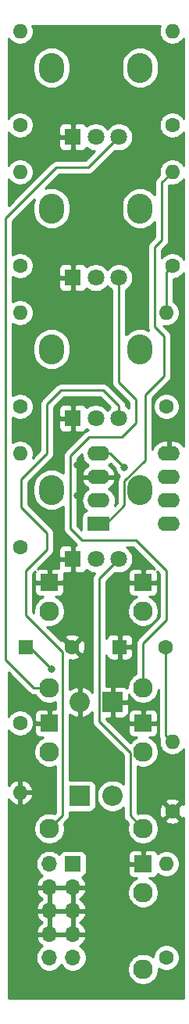
<source format=gbr>
%TF.GenerationSoftware,KiCad,Pcbnew,5.1.7-1.fc31*%
%TF.CreationDate,2021-04-20T15:52:53-04:00*%
%TF.ProjectId,4xmixer,34786d69-7865-4722-9e6b-696361645f70,rev?*%
%TF.SameCoordinates,Original*%
%TF.FileFunction,Copper,L2,Bot*%
%TF.FilePolarity,Positive*%
%FSLAX46Y46*%
G04 Gerber Fmt 4.6, Leading zero omitted, Abs format (unit mm)*
G04 Created by KiCad (PCBNEW 5.1.7-1.fc31) date 2021-04-20 15:52:53*
%MOMM*%
%LPD*%
G01*
G04 APERTURE LIST*
%TA.AperFunction,ComponentPad*%
%ADD10O,2.400000X1.600000*%
%TD*%
%TA.AperFunction,ComponentPad*%
%ADD11R,2.400000X1.600000*%
%TD*%
%TA.AperFunction,ComponentPad*%
%ADD12O,1.600000X1.600000*%
%TD*%
%TA.AperFunction,ComponentPad*%
%ADD13C,1.600000*%
%TD*%
%TA.AperFunction,ComponentPad*%
%ADD14O,2.720000X3.240000*%
%TD*%
%TA.AperFunction,ComponentPad*%
%ADD15C,1.800000*%
%TD*%
%TA.AperFunction,ComponentPad*%
%ADD16R,1.800000X1.800000*%
%TD*%
%TA.AperFunction,ComponentPad*%
%ADD17C,2.130000*%
%TD*%
%TA.AperFunction,ComponentPad*%
%ADD18R,1.930000X1.830000*%
%TD*%
%TA.AperFunction,ComponentPad*%
%ADD19O,1.700000X1.700000*%
%TD*%
%TA.AperFunction,ComponentPad*%
%ADD20R,1.700000X1.700000*%
%TD*%
%TA.AperFunction,ComponentPad*%
%ADD21O,2.200000X2.200000*%
%TD*%
%TA.AperFunction,ComponentPad*%
%ADD22R,2.200000X2.200000*%
%TD*%
%TA.AperFunction,ComponentPad*%
%ADD23R,1.600000X1.600000*%
%TD*%
%TA.AperFunction,ViaPad*%
%ADD24C,0.800000*%
%TD*%
%TA.AperFunction,Conductor*%
%ADD25C,0.250000*%
%TD*%
%TA.AperFunction,Conductor*%
%ADD26C,0.254000*%
%TD*%
%TA.AperFunction,Conductor*%
%ADD27C,0.100000*%
%TD*%
G04 APERTURE END LIST*
D10*
%TO.P,U1,8*%
%TO.N,+12V*%
X43434000Y-74930000D03*
%TO.P,U1,4*%
%TO.N,-12V*%
X35814000Y-67310000D03*
%TO.P,U1,7*%
%TO.N,Net-(R7-Pad1)*%
X43434000Y-72390000D03*
%TO.P,U1,3*%
%TO.N,GND*%
X35814000Y-69850000D03*
%TO.P,U1,6*%
%TO.N,Net-(R6-Pad1)*%
X43434000Y-69850000D03*
%TO.P,U1,2*%
%TO.N,Net-(R1-Pad1)*%
X35814000Y-72390000D03*
%TO.P,U1,5*%
%TO.N,GND*%
X43434000Y-67310000D03*
D11*
%TO.P,U1,1*%
%TO.N,Net-(R5-Pad1)*%
X35814000Y-74930000D03*
%TD*%
D12*
%TO.P,R8,2*%
%TO.N,Net-(R7-Pad1)*%
X43180000Y-111760000D03*
D13*
%TO.P,R8,1*%
%TO.N,Net-(J6-PadT)*%
X43180000Y-121920000D03*
%TD*%
D12*
%TO.P,R7,2*%
%TO.N,Net-(R6-Pad1)*%
X43180000Y-52070000D03*
D13*
%TO.P,R7,1*%
%TO.N,Net-(R7-Pad1)*%
X43180000Y-62230000D03*
%TD*%
D12*
%TO.P,R6,2*%
%TO.N,Net-(R5-Pad1)*%
X43815000Y-36830000D03*
D13*
%TO.P,R6,1*%
%TO.N,Net-(R6-Pad1)*%
X43815000Y-46990000D03*
%TD*%
D12*
%TO.P,R5,2*%
%TO.N,Net-(R1-Pad1)*%
X43815000Y-21590000D03*
D13*
%TO.P,R5,1*%
%TO.N,Net-(R5-Pad1)*%
X43815000Y-31750000D03*
%TD*%
D12*
%TO.P,R4,2*%
%TO.N,Net-(P4-Pad2)*%
X27305000Y-67310000D03*
D13*
%TO.P,R4,1*%
%TO.N,Net-(R1-Pad1)*%
X27305000Y-77470000D03*
%TD*%
D12*
%TO.P,R3,2*%
%TO.N,Net-(P3-Pad2)*%
X27305000Y-52070000D03*
D13*
%TO.P,R3,1*%
%TO.N,Net-(R1-Pad1)*%
X27305000Y-62230000D03*
%TD*%
D12*
%TO.P,R2,2*%
%TO.N,Net-(P2-Pad2)*%
X27305000Y-36830000D03*
D13*
%TO.P,R2,1*%
%TO.N,Net-(R1-Pad1)*%
X27305000Y-46990000D03*
%TD*%
D12*
%TO.P,R1,2*%
%TO.N,Net-(P1-Pad2)*%
X27305000Y-21590000D03*
D13*
%TO.P,R1,1*%
%TO.N,Net-(R1-Pad1)*%
X27305000Y-31750000D03*
%TD*%
D14*
%TO.P,P4,*%
%TO.N,*%
X30720000Y-71240000D03*
X40320000Y-71240000D03*
D15*
%TO.P,P4,3*%
%TO.N,Net-(J4-PadT)*%
X38020000Y-78740000D03*
%TO.P,P4,2*%
%TO.N,Net-(P4-Pad2)*%
X35520000Y-78740000D03*
D16*
%TO.P,P4,1*%
%TO.N,GND*%
X33020000Y-78740000D03*
%TD*%
D14*
%TO.P,P3,*%
%TO.N,*%
X30720000Y-56000000D03*
X40320000Y-56000000D03*
D15*
%TO.P,P3,3*%
%TO.N,Net-(J3-PadT)*%
X38020000Y-63500000D03*
%TO.P,P3,2*%
%TO.N,Net-(P3-Pad2)*%
X35520000Y-63500000D03*
D16*
%TO.P,P3,1*%
%TO.N,GND*%
X33020000Y-63500000D03*
%TD*%
D14*
%TO.P,P2,*%
%TO.N,*%
X30720000Y-40760000D03*
X40320000Y-40760000D03*
D15*
%TO.P,P2,3*%
%TO.N,Net-(J2-PadT)*%
X38020000Y-48260000D03*
%TO.P,P2,2*%
%TO.N,Net-(P2-Pad2)*%
X35520000Y-48260000D03*
D16*
%TO.P,P2,1*%
%TO.N,GND*%
X33020000Y-48260000D03*
%TD*%
D14*
%TO.P,P1,*%
%TO.N,*%
X30720000Y-25520000D03*
X40320000Y-25520000D03*
D15*
%TO.P,P1,3*%
%TO.N,Net-(J1-PadT)*%
X38020000Y-33020000D03*
%TO.P,P1,2*%
%TO.N,Net-(P1-Pad2)*%
X35520000Y-33020000D03*
D16*
%TO.P,P1,1*%
%TO.N,GND*%
X33020000Y-33020000D03*
%TD*%
D17*
%TO.P,J6,TN*%
%TO.N,N/C*%
X40640000Y-114860000D03*
D18*
%TO.P,J6,S*%
%TO.N,GND*%
X40640000Y-111760000D03*
D17*
%TO.P,J6,T*%
%TO.N,Net-(J6-PadT)*%
X40640000Y-123160000D03*
%TD*%
D19*
%TO.P,J5,10*%
%TO.N,-12V*%
X30480000Y-121920000D03*
%TO.P,J5,9*%
X33020000Y-121920000D03*
%TO.P,J5,8*%
%TO.N,GND*%
X30480000Y-119380000D03*
%TO.P,J5,7*%
X33020000Y-119380000D03*
%TO.P,J5,6*%
X30480000Y-116840000D03*
%TO.P,J5,5*%
X33020000Y-116840000D03*
%TO.P,J5,4*%
X30480000Y-114300000D03*
%TO.P,J5,3*%
X33020000Y-114300000D03*
%TO.P,J5,2*%
%TO.N,+12V*%
X30480000Y-111760000D03*
D20*
%TO.P,J5,1*%
X33020000Y-111760000D03*
%TD*%
D17*
%TO.P,J4,T*%
%TO.N,Net-(J4-PadT)*%
X40640000Y-107920000D03*
D18*
%TO.P,J4,S*%
%TO.N,GND*%
X40640000Y-96520000D03*
D17*
%TO.P,J4,TN*%
%TO.N,N/C*%
X40640000Y-99620000D03*
%TD*%
%TO.P,J3,TN*%
%TO.N,N/C*%
X30480000Y-99620000D03*
D18*
%TO.P,J3,S*%
%TO.N,GND*%
X30480000Y-96520000D03*
D17*
%TO.P,J3,T*%
%TO.N,Net-(J3-PadT)*%
X30480000Y-107920000D03*
%TD*%
%TO.P,J2,T*%
%TO.N,Net-(J2-PadT)*%
X40640000Y-92680000D03*
D18*
%TO.P,J2,S*%
%TO.N,GND*%
X40640000Y-81280000D03*
D17*
%TO.P,J2,TN*%
%TO.N,N/C*%
X40640000Y-84380000D03*
%TD*%
%TO.P,J1,T*%
%TO.N,Net-(J1-PadT)*%
X30480000Y-92680000D03*
D18*
%TO.P,J1,S*%
%TO.N,GND*%
X30480000Y-81280000D03*
D17*
%TO.P,J1,TN*%
%TO.N,N/C*%
X30480000Y-84380000D03*
%TD*%
D21*
%TO.P,D2,2*%
%TO.N,-12V*%
X37338000Y-104394000D03*
D22*
%TO.P,D2,1*%
%TO.N,GND*%
X37338000Y-94234000D03*
%TD*%
D21*
%TO.P,D1,2*%
%TO.N,GND*%
X33782000Y-94234000D03*
D22*
%TO.P,D1,1*%
%TO.N,+12V*%
X33782000Y-104394000D03*
%TD*%
D13*
%TO.P,C4,2*%
%TO.N,-12V*%
X43100000Y-88265000D03*
D23*
%TO.P,C4,1*%
%TO.N,GND*%
X38100000Y-88265000D03*
%TD*%
D13*
%TO.P,C3,2*%
%TO.N,GND*%
X32940000Y-88265000D03*
D23*
%TO.P,C3,1*%
%TO.N,+12V*%
X27940000Y-88265000D03*
%TD*%
D12*
%TO.P,C2,2*%
%TO.N,-12V*%
X43815000Y-98545000D03*
D13*
%TO.P,C2,1*%
%TO.N,GND*%
X43815000Y-106045000D03*
%TD*%
D12*
%TO.P,C1,2*%
%TO.N,GND*%
X27305000Y-104020000D03*
D13*
%TO.P,C1,1*%
%TO.N,+12V*%
X27305000Y-96520000D03*
%TD*%
D24*
%TO.N,GND*%
X33528000Y-71882000D03*
X30734000Y-74168000D03*
X44450000Y-49276000D03*
X44450000Y-43688000D03*
X43688000Y-65024000D03*
X33528000Y-68580000D03*
%TO.N,+12V*%
X30734000Y-90678000D03*
%TO.N,-12V*%
X38634990Y-68860990D03*
%TD*%
D25*
%TO.N,+12V*%
X28321000Y-88265000D02*
X27940000Y-88265000D01*
X30734000Y-90678000D02*
X28321000Y-88265000D01*
%TO.N,-12V*%
X43100000Y-97830000D02*
X43815000Y-98545000D01*
X43100000Y-88265000D02*
X43100000Y-97830000D01*
X38634990Y-68860990D02*
X37084000Y-67310000D01*
X37084000Y-67310000D02*
X35814000Y-67310000D01*
%TO.N,Net-(J1-PadT)*%
X30480000Y-92680000D02*
X28768010Y-92680000D01*
X28768010Y-92680000D02*
X25750010Y-89662000D01*
X25750010Y-89662000D02*
X25750010Y-41813990D01*
X25750010Y-41813990D02*
X31242000Y-36322000D01*
X34718000Y-36322000D02*
X38020000Y-33020000D01*
X31242000Y-36322000D02*
X34718000Y-36322000D01*
%TO.N,Net-(J2-PadT)*%
X38020000Y-59610000D02*
X38020000Y-48260000D01*
X39878000Y-61468000D02*
X38020000Y-59610000D01*
X38354000Y-65532000D02*
X39878000Y-64008000D01*
X43180000Y-80010000D02*
X39878000Y-76708000D01*
X40640000Y-92680000D02*
X40640000Y-87884000D01*
X39878000Y-76708000D02*
X34036000Y-76708000D01*
X43180000Y-85344000D02*
X43180000Y-80010000D01*
X40640000Y-87884000D02*
X43180000Y-85344000D01*
X34036000Y-76708000D02*
X32766000Y-75438000D01*
X32766000Y-75438000D02*
X32766000Y-67564000D01*
X34798000Y-65532000D02*
X38354000Y-65532000D01*
X32766000Y-67564000D02*
X34798000Y-65532000D01*
X39878000Y-64008000D02*
X39878000Y-61468000D01*
%TO.N,Net-(J3-PadT)*%
X36322000Y-60452000D02*
X38020000Y-62150000D01*
X27940000Y-80010000D02*
X30226000Y-77724000D01*
X31750000Y-60452000D02*
X36322000Y-60452000D01*
X27940000Y-84836000D02*
X27940000Y-80010000D01*
X38020000Y-62150000D02*
X38020000Y-63500000D01*
X30480000Y-107920000D02*
X31909999Y-106490001D01*
X31909999Y-106490001D02*
X31909999Y-88805999D01*
X30226000Y-77724000D02*
X30226000Y-75946000D01*
X30226000Y-75946000D02*
X27432000Y-73152000D01*
X31909999Y-88805999D02*
X27940000Y-84836000D01*
X27432000Y-73152000D02*
X27432000Y-70104000D01*
X27432000Y-70104000D02*
X30226000Y-67310000D01*
X30226000Y-61976000D02*
X31750000Y-60452000D01*
X30226000Y-67310000D02*
X30226000Y-61976000D01*
%TO.N,Net-(J4-PadT)*%
X39249999Y-106529999D02*
X39249999Y-99701999D01*
X40640000Y-107920000D02*
X39249999Y-106529999D01*
X35912999Y-96364999D02*
X35912999Y-80847001D01*
X35912999Y-80847001D02*
X38020000Y-78740000D01*
X39249999Y-99701999D02*
X35912999Y-96364999D01*
%TO.N,Net-(R5-Pad1)*%
X36629980Y-74930000D02*
X35814000Y-74930000D01*
X41910000Y-53594000D02*
X42926000Y-54610000D01*
X42689999Y-44178001D02*
X41910000Y-44958000D01*
X42926000Y-58928000D02*
X40894000Y-60960000D01*
X43815000Y-36830000D02*
X42689999Y-37955001D01*
X41910000Y-44958000D02*
X41910000Y-53594000D01*
X42689999Y-37955001D02*
X42689999Y-44178001D01*
X38634990Y-72924990D02*
X36629980Y-74930000D01*
X42926000Y-54610000D02*
X42926000Y-58928000D01*
X40894000Y-60960000D02*
X40894000Y-68023037D01*
X40894000Y-68023037D02*
X38634990Y-70282047D01*
X38634990Y-70282047D02*
X38634990Y-72924990D01*
%TO.N,Net-(R6-Pad1)*%
X43180000Y-47625000D02*
X43815000Y-46990000D01*
X43180000Y-52070000D02*
X43180000Y-47625000D01*
%TD*%
D26*
%TO.N,GND*%
X37078296Y-62283098D02*
X37041495Y-62307688D01*
X36827688Y-62521495D01*
X36770000Y-62607831D01*
X36712312Y-62521495D01*
X36498505Y-62307688D01*
X36247095Y-62139701D01*
X35967743Y-62023989D01*
X35671184Y-61965000D01*
X35368816Y-61965000D01*
X35072257Y-62023989D01*
X34792905Y-62139701D01*
X34541495Y-62307688D01*
X34503880Y-62345303D01*
X34450537Y-62245506D01*
X34371185Y-62148815D01*
X34274494Y-62069463D01*
X34164180Y-62010498D01*
X34044482Y-61974188D01*
X33920000Y-61961928D01*
X33305750Y-61965000D01*
X33147000Y-62123750D01*
X33147000Y-63373000D01*
X33167000Y-63373000D01*
X33167000Y-63627000D01*
X33147000Y-63627000D01*
X33147000Y-64876250D01*
X33305750Y-65035000D01*
X33920000Y-65038072D01*
X34044482Y-65025812D01*
X34164180Y-64989502D01*
X34274494Y-64930537D01*
X34371185Y-64851185D01*
X34450537Y-64754494D01*
X34503880Y-64654697D01*
X34541495Y-64692312D01*
X34673592Y-64780576D01*
X34649014Y-64782997D01*
X34505753Y-64826454D01*
X34373723Y-64897026D01*
X34290083Y-64965668D01*
X34257999Y-64991999D01*
X34234201Y-65020997D01*
X32254998Y-67000201D01*
X32226000Y-67023999D01*
X32202202Y-67052997D01*
X32202201Y-67052998D01*
X32131026Y-67139724D01*
X32060454Y-67271754D01*
X32016998Y-67415015D01*
X32002324Y-67564000D01*
X32006001Y-67601332D01*
X32006001Y-69454576D01*
X31833725Y-69313193D01*
X31487147Y-69127943D01*
X31111088Y-69013867D01*
X30720000Y-68975348D01*
X30328913Y-69013867D01*
X29952854Y-69127943D01*
X29606276Y-69313193D01*
X29302498Y-69562497D01*
X29053193Y-69866275D01*
X28867943Y-70212853D01*
X28753867Y-70588912D01*
X28725000Y-70882002D01*
X28725000Y-71597997D01*
X28753867Y-71891087D01*
X28867943Y-72267146D01*
X29053193Y-72613725D01*
X29302497Y-72917503D01*
X29606275Y-73166807D01*
X29952853Y-73352057D01*
X30328912Y-73466133D01*
X30720000Y-73504652D01*
X31111087Y-73466133D01*
X31487146Y-73352057D01*
X31833725Y-73166807D01*
X32006000Y-73025424D01*
X32006000Y-75400678D01*
X32002324Y-75438000D01*
X32006000Y-75475322D01*
X32006000Y-75475332D01*
X32016997Y-75586985D01*
X32031728Y-75635546D01*
X32060454Y-75730246D01*
X32131026Y-75862276D01*
X32169099Y-75908667D01*
X32225999Y-75978001D01*
X32255003Y-76001804D01*
X33457439Y-77204241D01*
X33305750Y-77205000D01*
X33147000Y-77363750D01*
X33147000Y-78613000D01*
X33167000Y-78613000D01*
X33167000Y-78867000D01*
X33147000Y-78867000D01*
X33147000Y-80116250D01*
X33305750Y-80275000D01*
X33920000Y-80278072D01*
X34044482Y-80265812D01*
X34164180Y-80229502D01*
X34274494Y-80170537D01*
X34371185Y-80091185D01*
X34450537Y-79994494D01*
X34503880Y-79894697D01*
X34541495Y-79932312D01*
X34792905Y-80100299D01*
X35072257Y-80216011D01*
X35368816Y-80275000D01*
X35410199Y-80275000D01*
X35401997Y-80283202D01*
X35372999Y-80307000D01*
X35349201Y-80335998D01*
X35349200Y-80335999D01*
X35278025Y-80422725D01*
X35207453Y-80554755D01*
X35163997Y-80698016D01*
X35149323Y-80847001D01*
X35153000Y-80884334D01*
X35152999Y-93178379D01*
X34966427Y-92966178D01*
X34696329Y-92759469D01*
X34391094Y-92609425D01*
X34178122Y-92544825D01*
X33909000Y-92662875D01*
X33909000Y-94107000D01*
X33929000Y-94107000D01*
X33929000Y-94361000D01*
X33909000Y-94361000D01*
X33909000Y-95805125D01*
X34178122Y-95923175D01*
X34391094Y-95858575D01*
X34696329Y-95708531D01*
X34966427Y-95501822D01*
X35152999Y-95289621D01*
X35152999Y-96327677D01*
X35149323Y-96364999D01*
X35152999Y-96402321D01*
X35152999Y-96402331D01*
X35163996Y-96513984D01*
X35204345Y-96647000D01*
X35207453Y-96657245D01*
X35278025Y-96789275D01*
X35291546Y-96805750D01*
X35372998Y-96905000D01*
X35402002Y-96928803D01*
X38490000Y-100016802D01*
X38490000Y-103092339D01*
X38443998Y-103046337D01*
X38159831Y-102856463D01*
X37844081Y-102725675D01*
X37508883Y-102659000D01*
X37167117Y-102659000D01*
X36831919Y-102725675D01*
X36516169Y-102856463D01*
X36232002Y-103046337D01*
X35990337Y-103288002D01*
X35800463Y-103572169D01*
X35669675Y-103887919D01*
X35603000Y-104223117D01*
X35603000Y-104564883D01*
X35669675Y-104900081D01*
X35800463Y-105215831D01*
X35990337Y-105499998D01*
X36232002Y-105741663D01*
X36516169Y-105931537D01*
X36831919Y-106062325D01*
X37167117Y-106129000D01*
X37508883Y-106129000D01*
X37844081Y-106062325D01*
X38159831Y-105931537D01*
X38443998Y-105741663D01*
X38489999Y-105695662D01*
X38489999Y-106492676D01*
X38486323Y-106529999D01*
X38489999Y-106567321D01*
X38489999Y-106567331D01*
X38500996Y-106678984D01*
X38544453Y-106822245D01*
X38615025Y-106954275D01*
X38653375Y-107001004D01*
X38709998Y-107070000D01*
X38739002Y-107093803D01*
X39024074Y-107378875D01*
X39005330Y-107424128D01*
X38940000Y-107752565D01*
X38940000Y-108087435D01*
X39005330Y-108415872D01*
X39133479Y-108725252D01*
X39319523Y-109003687D01*
X39556313Y-109240477D01*
X39834748Y-109426521D01*
X40144128Y-109554670D01*
X40472565Y-109620000D01*
X40807435Y-109620000D01*
X41135872Y-109554670D01*
X41445252Y-109426521D01*
X41723687Y-109240477D01*
X41960477Y-109003687D01*
X42146521Y-108725252D01*
X42274670Y-108415872D01*
X42340000Y-108087435D01*
X42340000Y-107752565D01*
X42274670Y-107424128D01*
X42146521Y-107114748D01*
X42095041Y-107037702D01*
X43001903Y-107037702D01*
X43073486Y-107281671D01*
X43328996Y-107402571D01*
X43603184Y-107471300D01*
X43885512Y-107485217D01*
X44165130Y-107443787D01*
X44431292Y-107348603D01*
X44556514Y-107281671D01*
X44628097Y-107037702D01*
X43815000Y-106224605D01*
X43001903Y-107037702D01*
X42095041Y-107037702D01*
X41960477Y-106836313D01*
X41723687Y-106599523D01*
X41445252Y-106413479D01*
X41135872Y-106285330D01*
X40807435Y-106220000D01*
X40472565Y-106220000D01*
X40144128Y-106285330D01*
X40098875Y-106304074D01*
X40009999Y-106215198D01*
X40009999Y-106115512D01*
X42374783Y-106115512D01*
X42416213Y-106395130D01*
X42511397Y-106661292D01*
X42578329Y-106786514D01*
X42822298Y-106858097D01*
X43635395Y-106045000D01*
X42822298Y-105231903D01*
X42578329Y-105303486D01*
X42457429Y-105558996D01*
X42388700Y-105833184D01*
X42374783Y-106115512D01*
X40009999Y-106115512D01*
X40009999Y-105052298D01*
X43001903Y-105052298D01*
X43815000Y-105865395D01*
X44628097Y-105052298D01*
X44556514Y-104808329D01*
X44301004Y-104687429D01*
X44026816Y-104618700D01*
X43744488Y-104604783D01*
X43464870Y-104646213D01*
X43198708Y-104741397D01*
X43073486Y-104808329D01*
X43001903Y-105052298D01*
X40009999Y-105052298D01*
X40009999Y-101199112D01*
X40144128Y-101254670D01*
X40472565Y-101320000D01*
X40807435Y-101320000D01*
X41135872Y-101254670D01*
X41445252Y-101126521D01*
X41723687Y-100940477D01*
X41960477Y-100703687D01*
X42146521Y-100425252D01*
X42274670Y-100115872D01*
X42340000Y-99787435D01*
X42340000Y-99452565D01*
X42274670Y-99124128D01*
X42146521Y-98814748D01*
X41960477Y-98536313D01*
X41723687Y-98299523D01*
X41445252Y-98113479D01*
X41344860Y-98071895D01*
X41605000Y-98073072D01*
X41729482Y-98060812D01*
X41849180Y-98024502D01*
X41959494Y-97965537D01*
X42056185Y-97886185D01*
X42135537Y-97789494D01*
X42194502Y-97679180D01*
X42230812Y-97559482D01*
X42243072Y-97435000D01*
X42240000Y-96805750D01*
X42081250Y-96647000D01*
X40767000Y-96647000D01*
X40767000Y-96667000D01*
X40513000Y-96667000D01*
X40513000Y-96647000D01*
X39198750Y-96647000D01*
X39040000Y-96805750D01*
X39036928Y-97435000D01*
X39049188Y-97559482D01*
X39085498Y-97679180D01*
X39144463Y-97789494D01*
X39223815Y-97886185D01*
X39320506Y-97965537D01*
X39430820Y-98024502D01*
X39550518Y-98060812D01*
X39675000Y-98073072D01*
X39935140Y-98071895D01*
X39834748Y-98113479D01*
X39556313Y-98299523D01*
X39319523Y-98536313D01*
X39255273Y-98632471D01*
X36672999Y-96050198D01*
X36672999Y-95970431D01*
X37052250Y-95969000D01*
X37211000Y-95810250D01*
X37211000Y-94361000D01*
X37465000Y-94361000D01*
X37465000Y-95810250D01*
X37623750Y-95969000D01*
X38438000Y-95972072D01*
X38562482Y-95959812D01*
X38682180Y-95923502D01*
X38792494Y-95864537D01*
X38889185Y-95785185D01*
X38968537Y-95688494D01*
X39027502Y-95578180D01*
X39045371Y-95519274D01*
X39036928Y-95605000D01*
X39040000Y-96234250D01*
X39198750Y-96393000D01*
X40513000Y-96393000D01*
X40513000Y-95128750D01*
X40767000Y-95128750D01*
X40767000Y-96393000D01*
X42081250Y-96393000D01*
X42240000Y-96234250D01*
X42243072Y-95605000D01*
X42230812Y-95480518D01*
X42194502Y-95360820D01*
X42135537Y-95250506D01*
X42056185Y-95153815D01*
X41959494Y-95074463D01*
X41849180Y-95015498D01*
X41729482Y-94979188D01*
X41605000Y-94966928D01*
X40925750Y-94970000D01*
X40767000Y-95128750D01*
X40513000Y-95128750D01*
X40354250Y-94970000D01*
X39675000Y-94966928D01*
X39550518Y-94979188D01*
X39430820Y-95015498D01*
X39320506Y-95074463D01*
X39223815Y-95153815D01*
X39144463Y-95250506D01*
X39085498Y-95360820D01*
X39067629Y-95419726D01*
X39076072Y-95334000D01*
X39073000Y-94519750D01*
X38914250Y-94361000D01*
X37465000Y-94361000D01*
X37211000Y-94361000D01*
X37191000Y-94361000D01*
X37191000Y-94107000D01*
X37211000Y-94107000D01*
X37211000Y-92657750D01*
X37052250Y-92499000D01*
X36672999Y-92497569D01*
X36672999Y-89177409D01*
X36674188Y-89189482D01*
X36710498Y-89309180D01*
X36769463Y-89419494D01*
X36848815Y-89516185D01*
X36945506Y-89595537D01*
X37055820Y-89654502D01*
X37175518Y-89690812D01*
X37300000Y-89703072D01*
X37814250Y-89700000D01*
X37973000Y-89541250D01*
X37973000Y-88392000D01*
X38227000Y-88392000D01*
X38227000Y-89541250D01*
X38385750Y-89700000D01*
X38900000Y-89703072D01*
X39024482Y-89690812D01*
X39144180Y-89654502D01*
X39254494Y-89595537D01*
X39351185Y-89516185D01*
X39430537Y-89419494D01*
X39489502Y-89309180D01*
X39525812Y-89189482D01*
X39538072Y-89065000D01*
X39535000Y-88550750D01*
X39376250Y-88392000D01*
X38227000Y-88392000D01*
X37973000Y-88392000D01*
X37953000Y-88392000D01*
X37953000Y-88138000D01*
X37973000Y-88138000D01*
X37973000Y-86988750D01*
X38227000Y-86988750D01*
X38227000Y-88138000D01*
X39376250Y-88138000D01*
X39535000Y-87979250D01*
X39538072Y-87465000D01*
X39525812Y-87340518D01*
X39489502Y-87220820D01*
X39430537Y-87110506D01*
X39351185Y-87013815D01*
X39254494Y-86934463D01*
X39144180Y-86875498D01*
X39024482Y-86839188D01*
X38900000Y-86826928D01*
X38385750Y-86830000D01*
X38227000Y-86988750D01*
X37973000Y-86988750D01*
X37814250Y-86830000D01*
X37300000Y-86826928D01*
X37175518Y-86839188D01*
X37055820Y-86875498D01*
X36945506Y-86934463D01*
X36848815Y-87013815D01*
X36769463Y-87110506D01*
X36710498Y-87220820D01*
X36674188Y-87340518D01*
X36672999Y-87352591D01*
X36672999Y-84212565D01*
X38940000Y-84212565D01*
X38940000Y-84547435D01*
X39005330Y-84875872D01*
X39133479Y-85185252D01*
X39319523Y-85463687D01*
X39556313Y-85700477D01*
X39834748Y-85886521D01*
X40144128Y-86014670D01*
X40472565Y-86080000D01*
X40807435Y-86080000D01*
X41135872Y-86014670D01*
X41445252Y-85886521D01*
X41723687Y-85700477D01*
X41960477Y-85463687D01*
X42146521Y-85185252D01*
X42274670Y-84875872D01*
X42340000Y-84547435D01*
X42340000Y-84212565D01*
X42274670Y-83884128D01*
X42146521Y-83574748D01*
X41960477Y-83296313D01*
X41723687Y-83059523D01*
X41445252Y-82873479D01*
X41344860Y-82831895D01*
X41605000Y-82833072D01*
X41729482Y-82820812D01*
X41849180Y-82784502D01*
X41959494Y-82725537D01*
X42056185Y-82646185D01*
X42135537Y-82549494D01*
X42194502Y-82439180D01*
X42230812Y-82319482D01*
X42243072Y-82195000D01*
X42240000Y-81565750D01*
X42081250Y-81407000D01*
X40767000Y-81407000D01*
X40767000Y-81427000D01*
X40513000Y-81427000D01*
X40513000Y-81407000D01*
X39198750Y-81407000D01*
X39040000Y-81565750D01*
X39036928Y-82195000D01*
X39049188Y-82319482D01*
X39085498Y-82439180D01*
X39144463Y-82549494D01*
X39223815Y-82646185D01*
X39320506Y-82725537D01*
X39430820Y-82784502D01*
X39550518Y-82820812D01*
X39675000Y-82833072D01*
X39935140Y-82831895D01*
X39834748Y-82873479D01*
X39556313Y-83059523D01*
X39319523Y-83296313D01*
X39133479Y-83574748D01*
X39005330Y-83884128D01*
X38940000Y-84212565D01*
X36672999Y-84212565D01*
X36672999Y-81161802D01*
X37469801Y-80365000D01*
X39036928Y-80365000D01*
X39040000Y-80994250D01*
X39198750Y-81153000D01*
X40513000Y-81153000D01*
X40513000Y-79888750D01*
X40354250Y-79730000D01*
X39675000Y-79726928D01*
X39550518Y-79739188D01*
X39430820Y-79775498D01*
X39320506Y-79834463D01*
X39223815Y-79913815D01*
X39144463Y-80010506D01*
X39085498Y-80120820D01*
X39049188Y-80240518D01*
X39036928Y-80365000D01*
X37469801Y-80365000D01*
X37611071Y-80223731D01*
X37868816Y-80275000D01*
X38171184Y-80275000D01*
X38467743Y-80216011D01*
X38747095Y-80100299D01*
X38998505Y-79932312D01*
X39212312Y-79718505D01*
X39380299Y-79467095D01*
X39496011Y-79187743D01*
X39555000Y-78891184D01*
X39555000Y-78588816D01*
X39496011Y-78292257D01*
X39380299Y-78012905D01*
X39212312Y-77761495D01*
X38998505Y-77547688D01*
X38879244Y-77468000D01*
X39563199Y-77468000D01*
X41895404Y-79800205D01*
X41849180Y-79775498D01*
X41729482Y-79739188D01*
X41605000Y-79726928D01*
X40925750Y-79730000D01*
X40767000Y-79888750D01*
X40767000Y-81153000D01*
X42081250Y-81153000D01*
X42240000Y-80994250D01*
X42243072Y-80365000D01*
X42230812Y-80240518D01*
X42194502Y-80120820D01*
X42169795Y-80074596D01*
X42420001Y-80324803D01*
X42420000Y-85029197D01*
X40128998Y-87320201D01*
X40100000Y-87343999D01*
X40076202Y-87372997D01*
X40076201Y-87372998D01*
X40005026Y-87459724D01*
X39934454Y-87591754D01*
X39890998Y-87735015D01*
X39876324Y-87884000D01*
X39880001Y-87921332D01*
X39880000Y-91154735D01*
X39834748Y-91173479D01*
X39556313Y-91359523D01*
X39319523Y-91596313D01*
X39133479Y-91874748D01*
X39005330Y-92184128D01*
X38940000Y-92512565D01*
X38940000Y-92744733D01*
X38889185Y-92682815D01*
X38792494Y-92603463D01*
X38682180Y-92544498D01*
X38562482Y-92508188D01*
X38438000Y-92495928D01*
X37623750Y-92499000D01*
X37465000Y-92657750D01*
X37465000Y-94107000D01*
X38914250Y-94107000D01*
X39073000Y-93948250D01*
X39075277Y-93344739D01*
X39133479Y-93485252D01*
X39319523Y-93763687D01*
X39556313Y-94000477D01*
X39834748Y-94186521D01*
X40144128Y-94314670D01*
X40472565Y-94380000D01*
X40807435Y-94380000D01*
X41135872Y-94314670D01*
X41445252Y-94186521D01*
X41723687Y-94000477D01*
X41960477Y-93763687D01*
X42146521Y-93485252D01*
X42274670Y-93175872D01*
X42340000Y-92847435D01*
X42340001Y-97792668D01*
X42336324Y-97830000D01*
X42340001Y-97867333D01*
X42350998Y-97978986D01*
X42364180Y-98022442D01*
X42394454Y-98122246D01*
X42424717Y-98178863D01*
X42380000Y-98403665D01*
X42380000Y-98686335D01*
X42435147Y-98963574D01*
X42543320Y-99224727D01*
X42700363Y-99459759D01*
X42900241Y-99659637D01*
X43135273Y-99816680D01*
X43396426Y-99924853D01*
X43673665Y-99980000D01*
X43956335Y-99980000D01*
X44233574Y-99924853D01*
X44494727Y-99816680D01*
X44729759Y-99659637D01*
X44929637Y-99459759D01*
X45060000Y-99264656D01*
X45060000Y-105319069D01*
X45051671Y-105303486D01*
X44807702Y-105231903D01*
X43994605Y-106045000D01*
X44807702Y-106858097D01*
X45051671Y-106786514D01*
X45060000Y-106768911D01*
X45060000Y-126340000D01*
X26060000Y-126340000D01*
X26060000Y-121773740D01*
X28995000Y-121773740D01*
X28995000Y-122066260D01*
X29052068Y-122353158D01*
X29164010Y-122623411D01*
X29326525Y-122866632D01*
X29533368Y-123073475D01*
X29776589Y-123235990D01*
X30046842Y-123347932D01*
X30333740Y-123405000D01*
X30626260Y-123405000D01*
X30913158Y-123347932D01*
X31183411Y-123235990D01*
X31426632Y-123073475D01*
X31633475Y-122866632D01*
X31750000Y-122692240D01*
X31866525Y-122866632D01*
X32073368Y-123073475D01*
X32316589Y-123235990D01*
X32586842Y-123347932D01*
X32873740Y-123405000D01*
X33166260Y-123405000D01*
X33453158Y-123347932D01*
X33723411Y-123235990D01*
X33966632Y-123073475D01*
X34047542Y-122992565D01*
X38940000Y-122992565D01*
X38940000Y-123327435D01*
X39005330Y-123655872D01*
X39133479Y-123965252D01*
X39319523Y-124243687D01*
X39556313Y-124480477D01*
X39834748Y-124666521D01*
X40144128Y-124794670D01*
X40472565Y-124860000D01*
X40807435Y-124860000D01*
X41135872Y-124794670D01*
X41445252Y-124666521D01*
X41723687Y-124480477D01*
X41960477Y-124243687D01*
X42146521Y-123965252D01*
X42274670Y-123655872D01*
X42340000Y-123327435D01*
X42340000Y-123084589D01*
X42500273Y-123191680D01*
X42761426Y-123299853D01*
X43038665Y-123355000D01*
X43321335Y-123355000D01*
X43598574Y-123299853D01*
X43859727Y-123191680D01*
X44094759Y-123034637D01*
X44294637Y-122834759D01*
X44451680Y-122599727D01*
X44559853Y-122338574D01*
X44615000Y-122061335D01*
X44615000Y-121778665D01*
X44559853Y-121501426D01*
X44451680Y-121240273D01*
X44294637Y-121005241D01*
X44094759Y-120805363D01*
X43859727Y-120648320D01*
X43598574Y-120540147D01*
X43321335Y-120485000D01*
X43038665Y-120485000D01*
X42761426Y-120540147D01*
X42500273Y-120648320D01*
X42265241Y-120805363D01*
X42065363Y-121005241D01*
X41908320Y-121240273D01*
X41800147Y-121501426D01*
X41745000Y-121778665D01*
X41745000Y-121860836D01*
X41723687Y-121839523D01*
X41445252Y-121653479D01*
X41135872Y-121525330D01*
X40807435Y-121460000D01*
X40472565Y-121460000D01*
X40144128Y-121525330D01*
X39834748Y-121653479D01*
X39556313Y-121839523D01*
X39319523Y-122076313D01*
X39133479Y-122354748D01*
X39005330Y-122664128D01*
X38940000Y-122992565D01*
X34047542Y-122992565D01*
X34173475Y-122866632D01*
X34335990Y-122623411D01*
X34447932Y-122353158D01*
X34505000Y-122066260D01*
X34505000Y-121773740D01*
X34447932Y-121486842D01*
X34335990Y-121216589D01*
X34173475Y-120973368D01*
X33966632Y-120766525D01*
X33784466Y-120644805D01*
X33901355Y-120575178D01*
X34117588Y-120380269D01*
X34291641Y-120146920D01*
X34416825Y-119884099D01*
X34461476Y-119736890D01*
X34340155Y-119507000D01*
X33147000Y-119507000D01*
X33147000Y-119527000D01*
X32893000Y-119527000D01*
X32893000Y-119507000D01*
X30607000Y-119507000D01*
X30607000Y-119527000D01*
X30353000Y-119527000D01*
X30353000Y-119507000D01*
X29159845Y-119507000D01*
X29038524Y-119736890D01*
X29083175Y-119884099D01*
X29208359Y-120146920D01*
X29382412Y-120380269D01*
X29598645Y-120575178D01*
X29715534Y-120644805D01*
X29533368Y-120766525D01*
X29326525Y-120973368D01*
X29164010Y-121216589D01*
X29052068Y-121486842D01*
X28995000Y-121773740D01*
X26060000Y-121773740D01*
X26060000Y-117196890D01*
X29038524Y-117196890D01*
X29083175Y-117344099D01*
X29208359Y-117606920D01*
X29382412Y-117840269D01*
X29598645Y-118035178D01*
X29724255Y-118110000D01*
X29598645Y-118184822D01*
X29382412Y-118379731D01*
X29208359Y-118613080D01*
X29083175Y-118875901D01*
X29038524Y-119023110D01*
X29159845Y-119253000D01*
X30353000Y-119253000D01*
X30353000Y-116967000D01*
X30607000Y-116967000D01*
X30607000Y-119253000D01*
X32893000Y-119253000D01*
X32893000Y-116967000D01*
X33147000Y-116967000D01*
X33147000Y-119253000D01*
X34340155Y-119253000D01*
X34461476Y-119023110D01*
X34416825Y-118875901D01*
X34291641Y-118613080D01*
X34117588Y-118379731D01*
X33901355Y-118184822D01*
X33775745Y-118110000D01*
X33901355Y-118035178D01*
X34117588Y-117840269D01*
X34291641Y-117606920D01*
X34416825Y-117344099D01*
X34461476Y-117196890D01*
X34340155Y-116967000D01*
X33147000Y-116967000D01*
X32893000Y-116967000D01*
X30607000Y-116967000D01*
X30353000Y-116967000D01*
X29159845Y-116967000D01*
X29038524Y-117196890D01*
X26060000Y-117196890D01*
X26060000Y-114656890D01*
X29038524Y-114656890D01*
X29083175Y-114804099D01*
X29208359Y-115066920D01*
X29382412Y-115300269D01*
X29598645Y-115495178D01*
X29724255Y-115570000D01*
X29598645Y-115644822D01*
X29382412Y-115839731D01*
X29208359Y-116073080D01*
X29083175Y-116335901D01*
X29038524Y-116483110D01*
X29159845Y-116713000D01*
X30353000Y-116713000D01*
X30353000Y-114427000D01*
X30607000Y-114427000D01*
X30607000Y-116713000D01*
X32893000Y-116713000D01*
X32893000Y-114427000D01*
X33147000Y-114427000D01*
X33147000Y-116713000D01*
X34340155Y-116713000D01*
X34461476Y-116483110D01*
X34416825Y-116335901D01*
X34291641Y-116073080D01*
X34117588Y-115839731D01*
X33901355Y-115644822D01*
X33775745Y-115570000D01*
X33901355Y-115495178D01*
X34117588Y-115300269D01*
X34291641Y-115066920D01*
X34416825Y-114804099D01*
X34450655Y-114692565D01*
X38940000Y-114692565D01*
X38940000Y-115027435D01*
X39005330Y-115355872D01*
X39133479Y-115665252D01*
X39319523Y-115943687D01*
X39556313Y-116180477D01*
X39834748Y-116366521D01*
X40144128Y-116494670D01*
X40472565Y-116560000D01*
X40807435Y-116560000D01*
X41135872Y-116494670D01*
X41445252Y-116366521D01*
X41723687Y-116180477D01*
X41960477Y-115943687D01*
X42146521Y-115665252D01*
X42274670Y-115355872D01*
X42340000Y-115027435D01*
X42340000Y-114692565D01*
X42274670Y-114364128D01*
X42146521Y-114054748D01*
X41960477Y-113776313D01*
X41723687Y-113539523D01*
X41445252Y-113353479D01*
X41344860Y-113311895D01*
X41605000Y-113313072D01*
X41729482Y-113300812D01*
X41849180Y-113264502D01*
X41959494Y-113205537D01*
X42056185Y-113126185D01*
X42135537Y-113029494D01*
X42194502Y-112919180D01*
X42221333Y-112830729D01*
X42265241Y-112874637D01*
X42500273Y-113031680D01*
X42761426Y-113139853D01*
X43038665Y-113195000D01*
X43321335Y-113195000D01*
X43598574Y-113139853D01*
X43859727Y-113031680D01*
X44094759Y-112874637D01*
X44294637Y-112674759D01*
X44451680Y-112439727D01*
X44559853Y-112178574D01*
X44615000Y-111901335D01*
X44615000Y-111618665D01*
X44559853Y-111341426D01*
X44451680Y-111080273D01*
X44294637Y-110845241D01*
X44094759Y-110645363D01*
X43859727Y-110488320D01*
X43598574Y-110380147D01*
X43321335Y-110325000D01*
X43038665Y-110325000D01*
X42761426Y-110380147D01*
X42500273Y-110488320D01*
X42265241Y-110645363D01*
X42221333Y-110689271D01*
X42194502Y-110600820D01*
X42135537Y-110490506D01*
X42056185Y-110393815D01*
X41959494Y-110314463D01*
X41849180Y-110255498D01*
X41729482Y-110219188D01*
X41605000Y-110206928D01*
X40925750Y-110210000D01*
X40767000Y-110368750D01*
X40767000Y-111633000D01*
X40787000Y-111633000D01*
X40787000Y-111887000D01*
X40767000Y-111887000D01*
X40767000Y-111907000D01*
X40513000Y-111907000D01*
X40513000Y-111887000D01*
X39198750Y-111887000D01*
X39040000Y-112045750D01*
X39036928Y-112675000D01*
X39049188Y-112799482D01*
X39085498Y-112919180D01*
X39144463Y-113029494D01*
X39223815Y-113126185D01*
X39320506Y-113205537D01*
X39430820Y-113264502D01*
X39550518Y-113300812D01*
X39675000Y-113313072D01*
X39935140Y-113311895D01*
X39834748Y-113353479D01*
X39556313Y-113539523D01*
X39319523Y-113776313D01*
X39133479Y-114054748D01*
X39005330Y-114364128D01*
X38940000Y-114692565D01*
X34450655Y-114692565D01*
X34461476Y-114656890D01*
X34340155Y-114427000D01*
X33147000Y-114427000D01*
X32893000Y-114427000D01*
X30607000Y-114427000D01*
X30353000Y-114427000D01*
X29159845Y-114427000D01*
X29038524Y-114656890D01*
X26060000Y-114656890D01*
X26060000Y-111613740D01*
X28995000Y-111613740D01*
X28995000Y-111906260D01*
X29052068Y-112193158D01*
X29164010Y-112463411D01*
X29326525Y-112706632D01*
X29533368Y-112913475D01*
X29715534Y-113035195D01*
X29598645Y-113104822D01*
X29382412Y-113299731D01*
X29208359Y-113533080D01*
X29083175Y-113795901D01*
X29038524Y-113943110D01*
X29159845Y-114173000D01*
X30353000Y-114173000D01*
X30353000Y-114153000D01*
X30607000Y-114153000D01*
X30607000Y-114173000D01*
X32893000Y-114173000D01*
X32893000Y-114153000D01*
X33147000Y-114153000D01*
X33147000Y-114173000D01*
X34340155Y-114173000D01*
X34461476Y-113943110D01*
X34416825Y-113795901D01*
X34291641Y-113533080D01*
X34117588Y-113299731D01*
X34033534Y-113223966D01*
X34114180Y-113199502D01*
X34224494Y-113140537D01*
X34321185Y-113061185D01*
X34400537Y-112964494D01*
X34459502Y-112854180D01*
X34495812Y-112734482D01*
X34508072Y-112610000D01*
X34508072Y-110910000D01*
X34501671Y-110845000D01*
X39036928Y-110845000D01*
X39040000Y-111474250D01*
X39198750Y-111633000D01*
X40513000Y-111633000D01*
X40513000Y-110368750D01*
X40354250Y-110210000D01*
X39675000Y-110206928D01*
X39550518Y-110219188D01*
X39430820Y-110255498D01*
X39320506Y-110314463D01*
X39223815Y-110393815D01*
X39144463Y-110490506D01*
X39085498Y-110600820D01*
X39049188Y-110720518D01*
X39036928Y-110845000D01*
X34501671Y-110845000D01*
X34495812Y-110785518D01*
X34459502Y-110665820D01*
X34400537Y-110555506D01*
X34321185Y-110458815D01*
X34224494Y-110379463D01*
X34114180Y-110320498D01*
X33994482Y-110284188D01*
X33870000Y-110271928D01*
X32170000Y-110271928D01*
X32045518Y-110284188D01*
X31925820Y-110320498D01*
X31815506Y-110379463D01*
X31718815Y-110458815D01*
X31639463Y-110555506D01*
X31580498Y-110665820D01*
X31558487Y-110738380D01*
X31426632Y-110606525D01*
X31183411Y-110444010D01*
X30913158Y-110332068D01*
X30626260Y-110275000D01*
X30333740Y-110275000D01*
X30046842Y-110332068D01*
X29776589Y-110444010D01*
X29533368Y-110606525D01*
X29326525Y-110813368D01*
X29164010Y-111056589D01*
X29052068Y-111326842D01*
X28995000Y-111613740D01*
X26060000Y-111613740D01*
X26060000Y-104720703D01*
X26152615Y-104875131D01*
X26341586Y-105083519D01*
X26567580Y-105251037D01*
X26821913Y-105371246D01*
X26955961Y-105411904D01*
X27178000Y-105289915D01*
X27178000Y-104147000D01*
X27432000Y-104147000D01*
X27432000Y-105289915D01*
X27654039Y-105411904D01*
X27788087Y-105371246D01*
X28042420Y-105251037D01*
X28268414Y-105083519D01*
X28457385Y-104875131D01*
X28602070Y-104633881D01*
X28696909Y-104369040D01*
X28575624Y-104147000D01*
X27432000Y-104147000D01*
X27178000Y-104147000D01*
X27158000Y-104147000D01*
X27158000Y-103893000D01*
X27178000Y-103893000D01*
X27178000Y-102750085D01*
X27432000Y-102750085D01*
X27432000Y-103893000D01*
X28575624Y-103893000D01*
X28696909Y-103670960D01*
X28602070Y-103406119D01*
X28457385Y-103164869D01*
X28268414Y-102956481D01*
X28042420Y-102788963D01*
X27788087Y-102668754D01*
X27654039Y-102628096D01*
X27432000Y-102750085D01*
X27178000Y-102750085D01*
X26955961Y-102628096D01*
X26821913Y-102668754D01*
X26567580Y-102788963D01*
X26341586Y-102956481D01*
X26152615Y-103164869D01*
X26060000Y-103319297D01*
X26060000Y-97239657D01*
X26190363Y-97434759D01*
X26390241Y-97634637D01*
X26625273Y-97791680D01*
X26886426Y-97899853D01*
X27163665Y-97955000D01*
X27446335Y-97955000D01*
X27723574Y-97899853D01*
X27984727Y-97791680D01*
X28219759Y-97634637D01*
X28419637Y-97434759D01*
X28576680Y-97199727D01*
X28684853Y-96938574D01*
X28740000Y-96661335D01*
X28740000Y-96378665D01*
X28684853Y-96101426D01*
X28576680Y-95840273D01*
X28419637Y-95605241D01*
X28419396Y-95605000D01*
X28876928Y-95605000D01*
X28880000Y-96234250D01*
X29038750Y-96393000D01*
X30353000Y-96393000D01*
X30353000Y-95128750D01*
X30194250Y-94970000D01*
X29515000Y-94966928D01*
X29390518Y-94979188D01*
X29270820Y-95015498D01*
X29160506Y-95074463D01*
X29063815Y-95153815D01*
X28984463Y-95250506D01*
X28925498Y-95360820D01*
X28889188Y-95480518D01*
X28876928Y-95605000D01*
X28419396Y-95605000D01*
X28219759Y-95405363D01*
X27984727Y-95248320D01*
X27723574Y-95140147D01*
X27446335Y-95085000D01*
X27163665Y-95085000D01*
X26886426Y-95140147D01*
X26625273Y-95248320D01*
X26390241Y-95405363D01*
X26190363Y-95605241D01*
X26060000Y-95800343D01*
X26060000Y-91046791D01*
X28204211Y-93191003D01*
X28228009Y-93220001D01*
X28257007Y-93243799D01*
X28343734Y-93314974D01*
X28475763Y-93385546D01*
X28619024Y-93429003D01*
X28768010Y-93443677D01*
X28805343Y-93440000D01*
X28954735Y-93440000D01*
X28973479Y-93485252D01*
X29159523Y-93763687D01*
X29396313Y-94000477D01*
X29674748Y-94186521D01*
X29984128Y-94314670D01*
X30312565Y-94380000D01*
X30647435Y-94380000D01*
X30975872Y-94314670D01*
X31150000Y-94242544D01*
X31150000Y-94968262D01*
X30765750Y-94970000D01*
X30607000Y-95128750D01*
X30607000Y-96393000D01*
X30627000Y-96393000D01*
X30627000Y-96647000D01*
X30607000Y-96647000D01*
X30607000Y-96667000D01*
X30353000Y-96667000D01*
X30353000Y-96647000D01*
X29038750Y-96647000D01*
X28880000Y-96805750D01*
X28876928Y-97435000D01*
X28889188Y-97559482D01*
X28925498Y-97679180D01*
X28984463Y-97789494D01*
X29063815Y-97886185D01*
X29160506Y-97965537D01*
X29270820Y-98024502D01*
X29390518Y-98060812D01*
X29515000Y-98073072D01*
X29775140Y-98071895D01*
X29674748Y-98113479D01*
X29396313Y-98299523D01*
X29159523Y-98536313D01*
X28973479Y-98814748D01*
X28845330Y-99124128D01*
X28780000Y-99452565D01*
X28780000Y-99787435D01*
X28845330Y-100115872D01*
X28973479Y-100425252D01*
X29159523Y-100703687D01*
X29396313Y-100940477D01*
X29674748Y-101126521D01*
X29984128Y-101254670D01*
X30312565Y-101320000D01*
X30647435Y-101320000D01*
X30975872Y-101254670D01*
X31149999Y-101182544D01*
X31149999Y-106175199D01*
X31021124Y-106304074D01*
X30975872Y-106285330D01*
X30647435Y-106220000D01*
X30312565Y-106220000D01*
X29984128Y-106285330D01*
X29674748Y-106413479D01*
X29396313Y-106599523D01*
X29159523Y-106836313D01*
X28973479Y-107114748D01*
X28845330Y-107424128D01*
X28780000Y-107752565D01*
X28780000Y-108087435D01*
X28845330Y-108415872D01*
X28973479Y-108725252D01*
X29159523Y-109003687D01*
X29396313Y-109240477D01*
X29674748Y-109426521D01*
X29984128Y-109554670D01*
X30312565Y-109620000D01*
X30647435Y-109620000D01*
X30975872Y-109554670D01*
X31285252Y-109426521D01*
X31563687Y-109240477D01*
X31800477Y-109003687D01*
X31986521Y-108725252D01*
X32114670Y-108415872D01*
X32180000Y-108087435D01*
X32180000Y-107752565D01*
X32114670Y-107424128D01*
X32095926Y-107378876D01*
X32421003Y-107053799D01*
X32450000Y-107030002D01*
X32512148Y-106954275D01*
X32544973Y-106914278D01*
X32615545Y-106782248D01*
X32615545Y-106782247D01*
X32659002Y-106638987D01*
X32669999Y-106527334D01*
X32669999Y-106527324D01*
X32673675Y-106490001D01*
X32669999Y-106452679D01*
X32669999Y-106130890D01*
X32682000Y-106132072D01*
X34882000Y-106132072D01*
X35006482Y-106119812D01*
X35126180Y-106083502D01*
X35236494Y-106024537D01*
X35333185Y-105945185D01*
X35412537Y-105848494D01*
X35471502Y-105738180D01*
X35507812Y-105618482D01*
X35520072Y-105494000D01*
X35520072Y-103294000D01*
X35507812Y-103169518D01*
X35471502Y-103049820D01*
X35412537Y-102939506D01*
X35333185Y-102842815D01*
X35236494Y-102763463D01*
X35126180Y-102704498D01*
X35006482Y-102668188D01*
X34882000Y-102655928D01*
X32682000Y-102655928D01*
X32669999Y-102657110D01*
X32669999Y-95557250D01*
X32867671Y-95708531D01*
X33172906Y-95858575D01*
X33385878Y-95923175D01*
X33655000Y-95805125D01*
X33655000Y-94361000D01*
X33635000Y-94361000D01*
X33635000Y-94107000D01*
X33655000Y-94107000D01*
X33655000Y-92662875D01*
X33385878Y-92544825D01*
X33172906Y-92609425D01*
X32867671Y-92759469D01*
X32669999Y-92910750D01*
X32669999Y-89676715D01*
X32728184Y-89691300D01*
X33010512Y-89705217D01*
X33290130Y-89663787D01*
X33556292Y-89568603D01*
X33681514Y-89501671D01*
X33753097Y-89257702D01*
X32940000Y-88444605D01*
X32925858Y-88458748D01*
X32746253Y-88279143D01*
X32760395Y-88265000D01*
X33119605Y-88265000D01*
X33932702Y-89078097D01*
X34176671Y-89006514D01*
X34297571Y-88751004D01*
X34366300Y-88476816D01*
X34380217Y-88194488D01*
X34338787Y-87914870D01*
X34243603Y-87648708D01*
X34176671Y-87523486D01*
X33932702Y-87451903D01*
X33119605Y-88265000D01*
X32760395Y-88265000D01*
X31947298Y-87451903D01*
X31703329Y-87523486D01*
X31702995Y-87524192D01*
X31451101Y-87272298D01*
X32126903Y-87272298D01*
X32940000Y-88085395D01*
X33753097Y-87272298D01*
X33681514Y-87028329D01*
X33426004Y-86907429D01*
X33151816Y-86838700D01*
X32869488Y-86824783D01*
X32589870Y-86866213D01*
X32323708Y-86961397D01*
X32198486Y-87028329D01*
X32126903Y-87272298D01*
X31451101Y-87272298D01*
X30245452Y-86066651D01*
X30312565Y-86080000D01*
X30647435Y-86080000D01*
X30975872Y-86014670D01*
X31285252Y-85886521D01*
X31563687Y-85700477D01*
X31800477Y-85463687D01*
X31986521Y-85185252D01*
X32114670Y-84875872D01*
X32180000Y-84547435D01*
X32180000Y-84212565D01*
X32114670Y-83884128D01*
X31986521Y-83574748D01*
X31800477Y-83296313D01*
X31563687Y-83059523D01*
X31285252Y-82873479D01*
X31184860Y-82831895D01*
X31445000Y-82833072D01*
X31569482Y-82820812D01*
X31689180Y-82784502D01*
X31799494Y-82725537D01*
X31896185Y-82646185D01*
X31975537Y-82549494D01*
X32034502Y-82439180D01*
X32070812Y-82319482D01*
X32083072Y-82195000D01*
X32080000Y-81565750D01*
X31921250Y-81407000D01*
X30607000Y-81407000D01*
X30607000Y-81427000D01*
X30353000Y-81427000D01*
X30353000Y-81407000D01*
X29038750Y-81407000D01*
X28880000Y-81565750D01*
X28876928Y-82195000D01*
X28889188Y-82319482D01*
X28925498Y-82439180D01*
X28984463Y-82549494D01*
X29063815Y-82646185D01*
X29160506Y-82725537D01*
X29270820Y-82784502D01*
X29390518Y-82820812D01*
X29515000Y-82833072D01*
X29775140Y-82831895D01*
X29674748Y-82873479D01*
X29396313Y-83059523D01*
X29159523Y-83296313D01*
X28973479Y-83574748D01*
X28845330Y-83884128D01*
X28780000Y-84212565D01*
X28780000Y-84547435D01*
X28793350Y-84614548D01*
X28700000Y-84521199D01*
X28700000Y-80324801D01*
X28950205Y-80074596D01*
X28925498Y-80120820D01*
X28889188Y-80240518D01*
X28876928Y-80365000D01*
X28880000Y-80994250D01*
X29038750Y-81153000D01*
X30353000Y-81153000D01*
X30353000Y-79888750D01*
X30607000Y-79888750D01*
X30607000Y-81153000D01*
X31921250Y-81153000D01*
X32080000Y-80994250D01*
X32083072Y-80365000D01*
X32074065Y-80273548D01*
X32120000Y-80278072D01*
X32734250Y-80275000D01*
X32893000Y-80116250D01*
X32893000Y-78867000D01*
X31643750Y-78867000D01*
X31485000Y-79025750D01*
X31481928Y-79640000D01*
X31490935Y-79731452D01*
X31445000Y-79726928D01*
X30765750Y-79730000D01*
X30607000Y-79888750D01*
X30353000Y-79888750D01*
X30194250Y-79730000D01*
X29515000Y-79726928D01*
X29390518Y-79739188D01*
X29270820Y-79775498D01*
X29224595Y-79800206D01*
X30737004Y-78287798D01*
X30766001Y-78264001D01*
X30860974Y-78148276D01*
X30931546Y-78016247D01*
X30975003Y-77872986D01*
X30978251Y-77840000D01*
X31481928Y-77840000D01*
X31485000Y-78454250D01*
X31643750Y-78613000D01*
X32893000Y-78613000D01*
X32893000Y-77363750D01*
X32734250Y-77205000D01*
X32120000Y-77201928D01*
X31995518Y-77214188D01*
X31875820Y-77250498D01*
X31765506Y-77309463D01*
X31668815Y-77388815D01*
X31589463Y-77485506D01*
X31530498Y-77595820D01*
X31494188Y-77715518D01*
X31481928Y-77840000D01*
X30978251Y-77840000D01*
X30986000Y-77761333D01*
X30986000Y-77761324D01*
X30989676Y-77724001D01*
X30986000Y-77686678D01*
X30986000Y-75983325D01*
X30989676Y-75946000D01*
X30986000Y-75908675D01*
X30986000Y-75908667D01*
X30975003Y-75797014D01*
X30931546Y-75653753D01*
X30860974Y-75521724D01*
X30766001Y-75405999D01*
X30737003Y-75382201D01*
X28192000Y-72837199D01*
X28192000Y-70418801D01*
X30737004Y-67873798D01*
X30766001Y-67850001D01*
X30860974Y-67734276D01*
X30931546Y-67602247D01*
X30975003Y-67458986D01*
X30986000Y-67347333D01*
X30986000Y-67347325D01*
X30989676Y-67310000D01*
X30986000Y-67272675D01*
X30986000Y-64400000D01*
X31481928Y-64400000D01*
X31494188Y-64524482D01*
X31530498Y-64644180D01*
X31589463Y-64754494D01*
X31668815Y-64851185D01*
X31765506Y-64930537D01*
X31875820Y-64989502D01*
X31995518Y-65025812D01*
X32120000Y-65038072D01*
X32734250Y-65035000D01*
X32893000Y-64876250D01*
X32893000Y-63627000D01*
X31643750Y-63627000D01*
X31485000Y-63785750D01*
X31481928Y-64400000D01*
X30986000Y-64400000D01*
X30986000Y-62600000D01*
X31481928Y-62600000D01*
X31485000Y-63214250D01*
X31643750Y-63373000D01*
X32893000Y-63373000D01*
X32893000Y-62123750D01*
X32734250Y-61965000D01*
X32120000Y-61961928D01*
X31995518Y-61974188D01*
X31875820Y-62010498D01*
X31765506Y-62069463D01*
X31668815Y-62148815D01*
X31589463Y-62245506D01*
X31530498Y-62355820D01*
X31494188Y-62475518D01*
X31481928Y-62600000D01*
X30986000Y-62600000D01*
X30986000Y-62290801D01*
X32064803Y-61212000D01*
X36007199Y-61212000D01*
X37078296Y-62283098D01*
%TA.AperFunction,Conductor*%
D27*
G36*
X37078296Y-62283098D02*
G01*
X37041495Y-62307688D01*
X36827688Y-62521495D01*
X36770000Y-62607831D01*
X36712312Y-62521495D01*
X36498505Y-62307688D01*
X36247095Y-62139701D01*
X35967743Y-62023989D01*
X35671184Y-61965000D01*
X35368816Y-61965000D01*
X35072257Y-62023989D01*
X34792905Y-62139701D01*
X34541495Y-62307688D01*
X34503880Y-62345303D01*
X34450537Y-62245506D01*
X34371185Y-62148815D01*
X34274494Y-62069463D01*
X34164180Y-62010498D01*
X34044482Y-61974188D01*
X33920000Y-61961928D01*
X33305750Y-61965000D01*
X33147000Y-62123750D01*
X33147000Y-63373000D01*
X33167000Y-63373000D01*
X33167000Y-63627000D01*
X33147000Y-63627000D01*
X33147000Y-64876250D01*
X33305750Y-65035000D01*
X33920000Y-65038072D01*
X34044482Y-65025812D01*
X34164180Y-64989502D01*
X34274494Y-64930537D01*
X34371185Y-64851185D01*
X34450537Y-64754494D01*
X34503880Y-64654697D01*
X34541495Y-64692312D01*
X34673592Y-64780576D01*
X34649014Y-64782997D01*
X34505753Y-64826454D01*
X34373723Y-64897026D01*
X34290083Y-64965668D01*
X34257999Y-64991999D01*
X34234201Y-65020997D01*
X32254998Y-67000201D01*
X32226000Y-67023999D01*
X32202202Y-67052997D01*
X32202201Y-67052998D01*
X32131026Y-67139724D01*
X32060454Y-67271754D01*
X32016998Y-67415015D01*
X32002324Y-67564000D01*
X32006001Y-67601332D01*
X32006001Y-69454576D01*
X31833725Y-69313193D01*
X31487147Y-69127943D01*
X31111088Y-69013867D01*
X30720000Y-68975348D01*
X30328913Y-69013867D01*
X29952854Y-69127943D01*
X29606276Y-69313193D01*
X29302498Y-69562497D01*
X29053193Y-69866275D01*
X28867943Y-70212853D01*
X28753867Y-70588912D01*
X28725000Y-70882002D01*
X28725000Y-71597997D01*
X28753867Y-71891087D01*
X28867943Y-72267146D01*
X29053193Y-72613725D01*
X29302497Y-72917503D01*
X29606275Y-73166807D01*
X29952853Y-73352057D01*
X30328912Y-73466133D01*
X30720000Y-73504652D01*
X31111087Y-73466133D01*
X31487146Y-73352057D01*
X31833725Y-73166807D01*
X32006000Y-73025424D01*
X32006000Y-75400678D01*
X32002324Y-75438000D01*
X32006000Y-75475322D01*
X32006000Y-75475332D01*
X32016997Y-75586985D01*
X32031728Y-75635546D01*
X32060454Y-75730246D01*
X32131026Y-75862276D01*
X32169099Y-75908667D01*
X32225999Y-75978001D01*
X32255003Y-76001804D01*
X33457439Y-77204241D01*
X33305750Y-77205000D01*
X33147000Y-77363750D01*
X33147000Y-78613000D01*
X33167000Y-78613000D01*
X33167000Y-78867000D01*
X33147000Y-78867000D01*
X33147000Y-80116250D01*
X33305750Y-80275000D01*
X33920000Y-80278072D01*
X34044482Y-80265812D01*
X34164180Y-80229502D01*
X34274494Y-80170537D01*
X34371185Y-80091185D01*
X34450537Y-79994494D01*
X34503880Y-79894697D01*
X34541495Y-79932312D01*
X34792905Y-80100299D01*
X35072257Y-80216011D01*
X35368816Y-80275000D01*
X35410199Y-80275000D01*
X35401997Y-80283202D01*
X35372999Y-80307000D01*
X35349201Y-80335998D01*
X35349200Y-80335999D01*
X35278025Y-80422725D01*
X35207453Y-80554755D01*
X35163997Y-80698016D01*
X35149323Y-80847001D01*
X35153000Y-80884334D01*
X35152999Y-93178379D01*
X34966427Y-92966178D01*
X34696329Y-92759469D01*
X34391094Y-92609425D01*
X34178122Y-92544825D01*
X33909000Y-92662875D01*
X33909000Y-94107000D01*
X33929000Y-94107000D01*
X33929000Y-94361000D01*
X33909000Y-94361000D01*
X33909000Y-95805125D01*
X34178122Y-95923175D01*
X34391094Y-95858575D01*
X34696329Y-95708531D01*
X34966427Y-95501822D01*
X35152999Y-95289621D01*
X35152999Y-96327677D01*
X35149323Y-96364999D01*
X35152999Y-96402321D01*
X35152999Y-96402331D01*
X35163996Y-96513984D01*
X35204345Y-96647000D01*
X35207453Y-96657245D01*
X35278025Y-96789275D01*
X35291546Y-96805750D01*
X35372998Y-96905000D01*
X35402002Y-96928803D01*
X38490000Y-100016802D01*
X38490000Y-103092339D01*
X38443998Y-103046337D01*
X38159831Y-102856463D01*
X37844081Y-102725675D01*
X37508883Y-102659000D01*
X37167117Y-102659000D01*
X36831919Y-102725675D01*
X36516169Y-102856463D01*
X36232002Y-103046337D01*
X35990337Y-103288002D01*
X35800463Y-103572169D01*
X35669675Y-103887919D01*
X35603000Y-104223117D01*
X35603000Y-104564883D01*
X35669675Y-104900081D01*
X35800463Y-105215831D01*
X35990337Y-105499998D01*
X36232002Y-105741663D01*
X36516169Y-105931537D01*
X36831919Y-106062325D01*
X37167117Y-106129000D01*
X37508883Y-106129000D01*
X37844081Y-106062325D01*
X38159831Y-105931537D01*
X38443998Y-105741663D01*
X38489999Y-105695662D01*
X38489999Y-106492676D01*
X38486323Y-106529999D01*
X38489999Y-106567321D01*
X38489999Y-106567331D01*
X38500996Y-106678984D01*
X38544453Y-106822245D01*
X38615025Y-106954275D01*
X38653375Y-107001004D01*
X38709998Y-107070000D01*
X38739002Y-107093803D01*
X39024074Y-107378875D01*
X39005330Y-107424128D01*
X38940000Y-107752565D01*
X38940000Y-108087435D01*
X39005330Y-108415872D01*
X39133479Y-108725252D01*
X39319523Y-109003687D01*
X39556313Y-109240477D01*
X39834748Y-109426521D01*
X40144128Y-109554670D01*
X40472565Y-109620000D01*
X40807435Y-109620000D01*
X41135872Y-109554670D01*
X41445252Y-109426521D01*
X41723687Y-109240477D01*
X41960477Y-109003687D01*
X42146521Y-108725252D01*
X42274670Y-108415872D01*
X42340000Y-108087435D01*
X42340000Y-107752565D01*
X42274670Y-107424128D01*
X42146521Y-107114748D01*
X42095041Y-107037702D01*
X43001903Y-107037702D01*
X43073486Y-107281671D01*
X43328996Y-107402571D01*
X43603184Y-107471300D01*
X43885512Y-107485217D01*
X44165130Y-107443787D01*
X44431292Y-107348603D01*
X44556514Y-107281671D01*
X44628097Y-107037702D01*
X43815000Y-106224605D01*
X43001903Y-107037702D01*
X42095041Y-107037702D01*
X41960477Y-106836313D01*
X41723687Y-106599523D01*
X41445252Y-106413479D01*
X41135872Y-106285330D01*
X40807435Y-106220000D01*
X40472565Y-106220000D01*
X40144128Y-106285330D01*
X40098875Y-106304074D01*
X40009999Y-106215198D01*
X40009999Y-106115512D01*
X42374783Y-106115512D01*
X42416213Y-106395130D01*
X42511397Y-106661292D01*
X42578329Y-106786514D01*
X42822298Y-106858097D01*
X43635395Y-106045000D01*
X42822298Y-105231903D01*
X42578329Y-105303486D01*
X42457429Y-105558996D01*
X42388700Y-105833184D01*
X42374783Y-106115512D01*
X40009999Y-106115512D01*
X40009999Y-105052298D01*
X43001903Y-105052298D01*
X43815000Y-105865395D01*
X44628097Y-105052298D01*
X44556514Y-104808329D01*
X44301004Y-104687429D01*
X44026816Y-104618700D01*
X43744488Y-104604783D01*
X43464870Y-104646213D01*
X43198708Y-104741397D01*
X43073486Y-104808329D01*
X43001903Y-105052298D01*
X40009999Y-105052298D01*
X40009999Y-101199112D01*
X40144128Y-101254670D01*
X40472565Y-101320000D01*
X40807435Y-101320000D01*
X41135872Y-101254670D01*
X41445252Y-101126521D01*
X41723687Y-100940477D01*
X41960477Y-100703687D01*
X42146521Y-100425252D01*
X42274670Y-100115872D01*
X42340000Y-99787435D01*
X42340000Y-99452565D01*
X42274670Y-99124128D01*
X42146521Y-98814748D01*
X41960477Y-98536313D01*
X41723687Y-98299523D01*
X41445252Y-98113479D01*
X41344860Y-98071895D01*
X41605000Y-98073072D01*
X41729482Y-98060812D01*
X41849180Y-98024502D01*
X41959494Y-97965537D01*
X42056185Y-97886185D01*
X42135537Y-97789494D01*
X42194502Y-97679180D01*
X42230812Y-97559482D01*
X42243072Y-97435000D01*
X42240000Y-96805750D01*
X42081250Y-96647000D01*
X40767000Y-96647000D01*
X40767000Y-96667000D01*
X40513000Y-96667000D01*
X40513000Y-96647000D01*
X39198750Y-96647000D01*
X39040000Y-96805750D01*
X39036928Y-97435000D01*
X39049188Y-97559482D01*
X39085498Y-97679180D01*
X39144463Y-97789494D01*
X39223815Y-97886185D01*
X39320506Y-97965537D01*
X39430820Y-98024502D01*
X39550518Y-98060812D01*
X39675000Y-98073072D01*
X39935140Y-98071895D01*
X39834748Y-98113479D01*
X39556313Y-98299523D01*
X39319523Y-98536313D01*
X39255273Y-98632471D01*
X36672999Y-96050198D01*
X36672999Y-95970431D01*
X37052250Y-95969000D01*
X37211000Y-95810250D01*
X37211000Y-94361000D01*
X37465000Y-94361000D01*
X37465000Y-95810250D01*
X37623750Y-95969000D01*
X38438000Y-95972072D01*
X38562482Y-95959812D01*
X38682180Y-95923502D01*
X38792494Y-95864537D01*
X38889185Y-95785185D01*
X38968537Y-95688494D01*
X39027502Y-95578180D01*
X39045371Y-95519274D01*
X39036928Y-95605000D01*
X39040000Y-96234250D01*
X39198750Y-96393000D01*
X40513000Y-96393000D01*
X40513000Y-95128750D01*
X40767000Y-95128750D01*
X40767000Y-96393000D01*
X42081250Y-96393000D01*
X42240000Y-96234250D01*
X42243072Y-95605000D01*
X42230812Y-95480518D01*
X42194502Y-95360820D01*
X42135537Y-95250506D01*
X42056185Y-95153815D01*
X41959494Y-95074463D01*
X41849180Y-95015498D01*
X41729482Y-94979188D01*
X41605000Y-94966928D01*
X40925750Y-94970000D01*
X40767000Y-95128750D01*
X40513000Y-95128750D01*
X40354250Y-94970000D01*
X39675000Y-94966928D01*
X39550518Y-94979188D01*
X39430820Y-95015498D01*
X39320506Y-95074463D01*
X39223815Y-95153815D01*
X39144463Y-95250506D01*
X39085498Y-95360820D01*
X39067629Y-95419726D01*
X39076072Y-95334000D01*
X39073000Y-94519750D01*
X38914250Y-94361000D01*
X37465000Y-94361000D01*
X37211000Y-94361000D01*
X37191000Y-94361000D01*
X37191000Y-94107000D01*
X37211000Y-94107000D01*
X37211000Y-92657750D01*
X37052250Y-92499000D01*
X36672999Y-92497569D01*
X36672999Y-89177409D01*
X36674188Y-89189482D01*
X36710498Y-89309180D01*
X36769463Y-89419494D01*
X36848815Y-89516185D01*
X36945506Y-89595537D01*
X37055820Y-89654502D01*
X37175518Y-89690812D01*
X37300000Y-89703072D01*
X37814250Y-89700000D01*
X37973000Y-89541250D01*
X37973000Y-88392000D01*
X38227000Y-88392000D01*
X38227000Y-89541250D01*
X38385750Y-89700000D01*
X38900000Y-89703072D01*
X39024482Y-89690812D01*
X39144180Y-89654502D01*
X39254494Y-89595537D01*
X39351185Y-89516185D01*
X39430537Y-89419494D01*
X39489502Y-89309180D01*
X39525812Y-89189482D01*
X39538072Y-89065000D01*
X39535000Y-88550750D01*
X39376250Y-88392000D01*
X38227000Y-88392000D01*
X37973000Y-88392000D01*
X37953000Y-88392000D01*
X37953000Y-88138000D01*
X37973000Y-88138000D01*
X37973000Y-86988750D01*
X38227000Y-86988750D01*
X38227000Y-88138000D01*
X39376250Y-88138000D01*
X39535000Y-87979250D01*
X39538072Y-87465000D01*
X39525812Y-87340518D01*
X39489502Y-87220820D01*
X39430537Y-87110506D01*
X39351185Y-87013815D01*
X39254494Y-86934463D01*
X39144180Y-86875498D01*
X39024482Y-86839188D01*
X38900000Y-86826928D01*
X38385750Y-86830000D01*
X38227000Y-86988750D01*
X37973000Y-86988750D01*
X37814250Y-86830000D01*
X37300000Y-86826928D01*
X37175518Y-86839188D01*
X37055820Y-86875498D01*
X36945506Y-86934463D01*
X36848815Y-87013815D01*
X36769463Y-87110506D01*
X36710498Y-87220820D01*
X36674188Y-87340518D01*
X36672999Y-87352591D01*
X36672999Y-84212565D01*
X38940000Y-84212565D01*
X38940000Y-84547435D01*
X39005330Y-84875872D01*
X39133479Y-85185252D01*
X39319523Y-85463687D01*
X39556313Y-85700477D01*
X39834748Y-85886521D01*
X40144128Y-86014670D01*
X40472565Y-86080000D01*
X40807435Y-86080000D01*
X41135872Y-86014670D01*
X41445252Y-85886521D01*
X41723687Y-85700477D01*
X41960477Y-85463687D01*
X42146521Y-85185252D01*
X42274670Y-84875872D01*
X42340000Y-84547435D01*
X42340000Y-84212565D01*
X42274670Y-83884128D01*
X42146521Y-83574748D01*
X41960477Y-83296313D01*
X41723687Y-83059523D01*
X41445252Y-82873479D01*
X41344860Y-82831895D01*
X41605000Y-82833072D01*
X41729482Y-82820812D01*
X41849180Y-82784502D01*
X41959494Y-82725537D01*
X42056185Y-82646185D01*
X42135537Y-82549494D01*
X42194502Y-82439180D01*
X42230812Y-82319482D01*
X42243072Y-82195000D01*
X42240000Y-81565750D01*
X42081250Y-81407000D01*
X40767000Y-81407000D01*
X40767000Y-81427000D01*
X40513000Y-81427000D01*
X40513000Y-81407000D01*
X39198750Y-81407000D01*
X39040000Y-81565750D01*
X39036928Y-82195000D01*
X39049188Y-82319482D01*
X39085498Y-82439180D01*
X39144463Y-82549494D01*
X39223815Y-82646185D01*
X39320506Y-82725537D01*
X39430820Y-82784502D01*
X39550518Y-82820812D01*
X39675000Y-82833072D01*
X39935140Y-82831895D01*
X39834748Y-82873479D01*
X39556313Y-83059523D01*
X39319523Y-83296313D01*
X39133479Y-83574748D01*
X39005330Y-83884128D01*
X38940000Y-84212565D01*
X36672999Y-84212565D01*
X36672999Y-81161802D01*
X37469801Y-80365000D01*
X39036928Y-80365000D01*
X39040000Y-80994250D01*
X39198750Y-81153000D01*
X40513000Y-81153000D01*
X40513000Y-79888750D01*
X40354250Y-79730000D01*
X39675000Y-79726928D01*
X39550518Y-79739188D01*
X39430820Y-79775498D01*
X39320506Y-79834463D01*
X39223815Y-79913815D01*
X39144463Y-80010506D01*
X39085498Y-80120820D01*
X39049188Y-80240518D01*
X39036928Y-80365000D01*
X37469801Y-80365000D01*
X37611071Y-80223731D01*
X37868816Y-80275000D01*
X38171184Y-80275000D01*
X38467743Y-80216011D01*
X38747095Y-80100299D01*
X38998505Y-79932312D01*
X39212312Y-79718505D01*
X39380299Y-79467095D01*
X39496011Y-79187743D01*
X39555000Y-78891184D01*
X39555000Y-78588816D01*
X39496011Y-78292257D01*
X39380299Y-78012905D01*
X39212312Y-77761495D01*
X38998505Y-77547688D01*
X38879244Y-77468000D01*
X39563199Y-77468000D01*
X41895404Y-79800205D01*
X41849180Y-79775498D01*
X41729482Y-79739188D01*
X41605000Y-79726928D01*
X40925750Y-79730000D01*
X40767000Y-79888750D01*
X40767000Y-81153000D01*
X42081250Y-81153000D01*
X42240000Y-80994250D01*
X42243072Y-80365000D01*
X42230812Y-80240518D01*
X42194502Y-80120820D01*
X42169795Y-80074596D01*
X42420001Y-80324803D01*
X42420000Y-85029197D01*
X40128998Y-87320201D01*
X40100000Y-87343999D01*
X40076202Y-87372997D01*
X40076201Y-87372998D01*
X40005026Y-87459724D01*
X39934454Y-87591754D01*
X39890998Y-87735015D01*
X39876324Y-87884000D01*
X39880001Y-87921332D01*
X39880000Y-91154735D01*
X39834748Y-91173479D01*
X39556313Y-91359523D01*
X39319523Y-91596313D01*
X39133479Y-91874748D01*
X39005330Y-92184128D01*
X38940000Y-92512565D01*
X38940000Y-92744733D01*
X38889185Y-92682815D01*
X38792494Y-92603463D01*
X38682180Y-92544498D01*
X38562482Y-92508188D01*
X38438000Y-92495928D01*
X37623750Y-92499000D01*
X37465000Y-92657750D01*
X37465000Y-94107000D01*
X38914250Y-94107000D01*
X39073000Y-93948250D01*
X39075277Y-93344739D01*
X39133479Y-93485252D01*
X39319523Y-93763687D01*
X39556313Y-94000477D01*
X39834748Y-94186521D01*
X40144128Y-94314670D01*
X40472565Y-94380000D01*
X40807435Y-94380000D01*
X41135872Y-94314670D01*
X41445252Y-94186521D01*
X41723687Y-94000477D01*
X41960477Y-93763687D01*
X42146521Y-93485252D01*
X42274670Y-93175872D01*
X42340000Y-92847435D01*
X42340001Y-97792668D01*
X42336324Y-97830000D01*
X42340001Y-97867333D01*
X42350998Y-97978986D01*
X42364180Y-98022442D01*
X42394454Y-98122246D01*
X42424717Y-98178863D01*
X42380000Y-98403665D01*
X42380000Y-98686335D01*
X42435147Y-98963574D01*
X42543320Y-99224727D01*
X42700363Y-99459759D01*
X42900241Y-99659637D01*
X43135273Y-99816680D01*
X43396426Y-99924853D01*
X43673665Y-99980000D01*
X43956335Y-99980000D01*
X44233574Y-99924853D01*
X44494727Y-99816680D01*
X44729759Y-99659637D01*
X44929637Y-99459759D01*
X45060000Y-99264656D01*
X45060000Y-105319069D01*
X45051671Y-105303486D01*
X44807702Y-105231903D01*
X43994605Y-106045000D01*
X44807702Y-106858097D01*
X45051671Y-106786514D01*
X45060000Y-106768911D01*
X45060000Y-126340000D01*
X26060000Y-126340000D01*
X26060000Y-121773740D01*
X28995000Y-121773740D01*
X28995000Y-122066260D01*
X29052068Y-122353158D01*
X29164010Y-122623411D01*
X29326525Y-122866632D01*
X29533368Y-123073475D01*
X29776589Y-123235990D01*
X30046842Y-123347932D01*
X30333740Y-123405000D01*
X30626260Y-123405000D01*
X30913158Y-123347932D01*
X31183411Y-123235990D01*
X31426632Y-123073475D01*
X31633475Y-122866632D01*
X31750000Y-122692240D01*
X31866525Y-122866632D01*
X32073368Y-123073475D01*
X32316589Y-123235990D01*
X32586842Y-123347932D01*
X32873740Y-123405000D01*
X33166260Y-123405000D01*
X33453158Y-123347932D01*
X33723411Y-123235990D01*
X33966632Y-123073475D01*
X34047542Y-122992565D01*
X38940000Y-122992565D01*
X38940000Y-123327435D01*
X39005330Y-123655872D01*
X39133479Y-123965252D01*
X39319523Y-124243687D01*
X39556313Y-124480477D01*
X39834748Y-124666521D01*
X40144128Y-124794670D01*
X40472565Y-124860000D01*
X40807435Y-124860000D01*
X41135872Y-124794670D01*
X41445252Y-124666521D01*
X41723687Y-124480477D01*
X41960477Y-124243687D01*
X42146521Y-123965252D01*
X42274670Y-123655872D01*
X42340000Y-123327435D01*
X42340000Y-123084589D01*
X42500273Y-123191680D01*
X42761426Y-123299853D01*
X43038665Y-123355000D01*
X43321335Y-123355000D01*
X43598574Y-123299853D01*
X43859727Y-123191680D01*
X44094759Y-123034637D01*
X44294637Y-122834759D01*
X44451680Y-122599727D01*
X44559853Y-122338574D01*
X44615000Y-122061335D01*
X44615000Y-121778665D01*
X44559853Y-121501426D01*
X44451680Y-121240273D01*
X44294637Y-121005241D01*
X44094759Y-120805363D01*
X43859727Y-120648320D01*
X43598574Y-120540147D01*
X43321335Y-120485000D01*
X43038665Y-120485000D01*
X42761426Y-120540147D01*
X42500273Y-120648320D01*
X42265241Y-120805363D01*
X42065363Y-121005241D01*
X41908320Y-121240273D01*
X41800147Y-121501426D01*
X41745000Y-121778665D01*
X41745000Y-121860836D01*
X41723687Y-121839523D01*
X41445252Y-121653479D01*
X41135872Y-121525330D01*
X40807435Y-121460000D01*
X40472565Y-121460000D01*
X40144128Y-121525330D01*
X39834748Y-121653479D01*
X39556313Y-121839523D01*
X39319523Y-122076313D01*
X39133479Y-122354748D01*
X39005330Y-122664128D01*
X38940000Y-122992565D01*
X34047542Y-122992565D01*
X34173475Y-122866632D01*
X34335990Y-122623411D01*
X34447932Y-122353158D01*
X34505000Y-122066260D01*
X34505000Y-121773740D01*
X34447932Y-121486842D01*
X34335990Y-121216589D01*
X34173475Y-120973368D01*
X33966632Y-120766525D01*
X33784466Y-120644805D01*
X33901355Y-120575178D01*
X34117588Y-120380269D01*
X34291641Y-120146920D01*
X34416825Y-119884099D01*
X34461476Y-119736890D01*
X34340155Y-119507000D01*
X33147000Y-119507000D01*
X33147000Y-119527000D01*
X32893000Y-119527000D01*
X32893000Y-119507000D01*
X30607000Y-119507000D01*
X30607000Y-119527000D01*
X30353000Y-119527000D01*
X30353000Y-119507000D01*
X29159845Y-119507000D01*
X29038524Y-119736890D01*
X29083175Y-119884099D01*
X29208359Y-120146920D01*
X29382412Y-120380269D01*
X29598645Y-120575178D01*
X29715534Y-120644805D01*
X29533368Y-120766525D01*
X29326525Y-120973368D01*
X29164010Y-121216589D01*
X29052068Y-121486842D01*
X28995000Y-121773740D01*
X26060000Y-121773740D01*
X26060000Y-117196890D01*
X29038524Y-117196890D01*
X29083175Y-117344099D01*
X29208359Y-117606920D01*
X29382412Y-117840269D01*
X29598645Y-118035178D01*
X29724255Y-118110000D01*
X29598645Y-118184822D01*
X29382412Y-118379731D01*
X29208359Y-118613080D01*
X29083175Y-118875901D01*
X29038524Y-119023110D01*
X29159845Y-119253000D01*
X30353000Y-119253000D01*
X30353000Y-116967000D01*
X30607000Y-116967000D01*
X30607000Y-119253000D01*
X32893000Y-119253000D01*
X32893000Y-116967000D01*
X33147000Y-116967000D01*
X33147000Y-119253000D01*
X34340155Y-119253000D01*
X34461476Y-119023110D01*
X34416825Y-118875901D01*
X34291641Y-118613080D01*
X34117588Y-118379731D01*
X33901355Y-118184822D01*
X33775745Y-118110000D01*
X33901355Y-118035178D01*
X34117588Y-117840269D01*
X34291641Y-117606920D01*
X34416825Y-117344099D01*
X34461476Y-117196890D01*
X34340155Y-116967000D01*
X33147000Y-116967000D01*
X32893000Y-116967000D01*
X30607000Y-116967000D01*
X30353000Y-116967000D01*
X29159845Y-116967000D01*
X29038524Y-117196890D01*
X26060000Y-117196890D01*
X26060000Y-114656890D01*
X29038524Y-114656890D01*
X29083175Y-114804099D01*
X29208359Y-115066920D01*
X29382412Y-115300269D01*
X29598645Y-115495178D01*
X29724255Y-115570000D01*
X29598645Y-115644822D01*
X29382412Y-115839731D01*
X29208359Y-116073080D01*
X29083175Y-116335901D01*
X29038524Y-116483110D01*
X29159845Y-116713000D01*
X30353000Y-116713000D01*
X30353000Y-114427000D01*
X30607000Y-114427000D01*
X30607000Y-116713000D01*
X32893000Y-116713000D01*
X32893000Y-114427000D01*
X33147000Y-114427000D01*
X33147000Y-116713000D01*
X34340155Y-116713000D01*
X34461476Y-116483110D01*
X34416825Y-116335901D01*
X34291641Y-116073080D01*
X34117588Y-115839731D01*
X33901355Y-115644822D01*
X33775745Y-115570000D01*
X33901355Y-115495178D01*
X34117588Y-115300269D01*
X34291641Y-115066920D01*
X34416825Y-114804099D01*
X34450655Y-114692565D01*
X38940000Y-114692565D01*
X38940000Y-115027435D01*
X39005330Y-115355872D01*
X39133479Y-115665252D01*
X39319523Y-115943687D01*
X39556313Y-116180477D01*
X39834748Y-116366521D01*
X40144128Y-116494670D01*
X40472565Y-116560000D01*
X40807435Y-116560000D01*
X41135872Y-116494670D01*
X41445252Y-116366521D01*
X41723687Y-116180477D01*
X41960477Y-115943687D01*
X42146521Y-115665252D01*
X42274670Y-115355872D01*
X42340000Y-115027435D01*
X42340000Y-114692565D01*
X42274670Y-114364128D01*
X42146521Y-114054748D01*
X41960477Y-113776313D01*
X41723687Y-113539523D01*
X41445252Y-113353479D01*
X41344860Y-113311895D01*
X41605000Y-113313072D01*
X41729482Y-113300812D01*
X41849180Y-113264502D01*
X41959494Y-113205537D01*
X42056185Y-113126185D01*
X42135537Y-113029494D01*
X42194502Y-112919180D01*
X42221333Y-112830729D01*
X42265241Y-112874637D01*
X42500273Y-113031680D01*
X42761426Y-113139853D01*
X43038665Y-113195000D01*
X43321335Y-113195000D01*
X43598574Y-113139853D01*
X43859727Y-113031680D01*
X44094759Y-112874637D01*
X44294637Y-112674759D01*
X44451680Y-112439727D01*
X44559853Y-112178574D01*
X44615000Y-111901335D01*
X44615000Y-111618665D01*
X44559853Y-111341426D01*
X44451680Y-111080273D01*
X44294637Y-110845241D01*
X44094759Y-110645363D01*
X43859727Y-110488320D01*
X43598574Y-110380147D01*
X43321335Y-110325000D01*
X43038665Y-110325000D01*
X42761426Y-110380147D01*
X42500273Y-110488320D01*
X42265241Y-110645363D01*
X42221333Y-110689271D01*
X42194502Y-110600820D01*
X42135537Y-110490506D01*
X42056185Y-110393815D01*
X41959494Y-110314463D01*
X41849180Y-110255498D01*
X41729482Y-110219188D01*
X41605000Y-110206928D01*
X40925750Y-110210000D01*
X40767000Y-110368750D01*
X40767000Y-111633000D01*
X40787000Y-111633000D01*
X40787000Y-111887000D01*
X40767000Y-111887000D01*
X40767000Y-111907000D01*
X40513000Y-111907000D01*
X40513000Y-111887000D01*
X39198750Y-111887000D01*
X39040000Y-112045750D01*
X39036928Y-112675000D01*
X39049188Y-112799482D01*
X39085498Y-112919180D01*
X39144463Y-113029494D01*
X39223815Y-113126185D01*
X39320506Y-113205537D01*
X39430820Y-113264502D01*
X39550518Y-113300812D01*
X39675000Y-113313072D01*
X39935140Y-113311895D01*
X39834748Y-113353479D01*
X39556313Y-113539523D01*
X39319523Y-113776313D01*
X39133479Y-114054748D01*
X39005330Y-114364128D01*
X38940000Y-114692565D01*
X34450655Y-114692565D01*
X34461476Y-114656890D01*
X34340155Y-114427000D01*
X33147000Y-114427000D01*
X32893000Y-114427000D01*
X30607000Y-114427000D01*
X30353000Y-114427000D01*
X29159845Y-114427000D01*
X29038524Y-114656890D01*
X26060000Y-114656890D01*
X26060000Y-111613740D01*
X28995000Y-111613740D01*
X28995000Y-111906260D01*
X29052068Y-112193158D01*
X29164010Y-112463411D01*
X29326525Y-112706632D01*
X29533368Y-112913475D01*
X29715534Y-113035195D01*
X29598645Y-113104822D01*
X29382412Y-113299731D01*
X29208359Y-113533080D01*
X29083175Y-113795901D01*
X29038524Y-113943110D01*
X29159845Y-114173000D01*
X30353000Y-114173000D01*
X30353000Y-114153000D01*
X30607000Y-114153000D01*
X30607000Y-114173000D01*
X32893000Y-114173000D01*
X32893000Y-114153000D01*
X33147000Y-114153000D01*
X33147000Y-114173000D01*
X34340155Y-114173000D01*
X34461476Y-113943110D01*
X34416825Y-113795901D01*
X34291641Y-113533080D01*
X34117588Y-113299731D01*
X34033534Y-113223966D01*
X34114180Y-113199502D01*
X34224494Y-113140537D01*
X34321185Y-113061185D01*
X34400537Y-112964494D01*
X34459502Y-112854180D01*
X34495812Y-112734482D01*
X34508072Y-112610000D01*
X34508072Y-110910000D01*
X34501671Y-110845000D01*
X39036928Y-110845000D01*
X39040000Y-111474250D01*
X39198750Y-111633000D01*
X40513000Y-111633000D01*
X40513000Y-110368750D01*
X40354250Y-110210000D01*
X39675000Y-110206928D01*
X39550518Y-110219188D01*
X39430820Y-110255498D01*
X39320506Y-110314463D01*
X39223815Y-110393815D01*
X39144463Y-110490506D01*
X39085498Y-110600820D01*
X39049188Y-110720518D01*
X39036928Y-110845000D01*
X34501671Y-110845000D01*
X34495812Y-110785518D01*
X34459502Y-110665820D01*
X34400537Y-110555506D01*
X34321185Y-110458815D01*
X34224494Y-110379463D01*
X34114180Y-110320498D01*
X33994482Y-110284188D01*
X33870000Y-110271928D01*
X32170000Y-110271928D01*
X32045518Y-110284188D01*
X31925820Y-110320498D01*
X31815506Y-110379463D01*
X31718815Y-110458815D01*
X31639463Y-110555506D01*
X31580498Y-110665820D01*
X31558487Y-110738380D01*
X31426632Y-110606525D01*
X31183411Y-110444010D01*
X30913158Y-110332068D01*
X30626260Y-110275000D01*
X30333740Y-110275000D01*
X30046842Y-110332068D01*
X29776589Y-110444010D01*
X29533368Y-110606525D01*
X29326525Y-110813368D01*
X29164010Y-111056589D01*
X29052068Y-111326842D01*
X28995000Y-111613740D01*
X26060000Y-111613740D01*
X26060000Y-104720703D01*
X26152615Y-104875131D01*
X26341586Y-105083519D01*
X26567580Y-105251037D01*
X26821913Y-105371246D01*
X26955961Y-105411904D01*
X27178000Y-105289915D01*
X27178000Y-104147000D01*
X27432000Y-104147000D01*
X27432000Y-105289915D01*
X27654039Y-105411904D01*
X27788087Y-105371246D01*
X28042420Y-105251037D01*
X28268414Y-105083519D01*
X28457385Y-104875131D01*
X28602070Y-104633881D01*
X28696909Y-104369040D01*
X28575624Y-104147000D01*
X27432000Y-104147000D01*
X27178000Y-104147000D01*
X27158000Y-104147000D01*
X27158000Y-103893000D01*
X27178000Y-103893000D01*
X27178000Y-102750085D01*
X27432000Y-102750085D01*
X27432000Y-103893000D01*
X28575624Y-103893000D01*
X28696909Y-103670960D01*
X28602070Y-103406119D01*
X28457385Y-103164869D01*
X28268414Y-102956481D01*
X28042420Y-102788963D01*
X27788087Y-102668754D01*
X27654039Y-102628096D01*
X27432000Y-102750085D01*
X27178000Y-102750085D01*
X26955961Y-102628096D01*
X26821913Y-102668754D01*
X26567580Y-102788963D01*
X26341586Y-102956481D01*
X26152615Y-103164869D01*
X26060000Y-103319297D01*
X26060000Y-97239657D01*
X26190363Y-97434759D01*
X26390241Y-97634637D01*
X26625273Y-97791680D01*
X26886426Y-97899853D01*
X27163665Y-97955000D01*
X27446335Y-97955000D01*
X27723574Y-97899853D01*
X27984727Y-97791680D01*
X28219759Y-97634637D01*
X28419637Y-97434759D01*
X28576680Y-97199727D01*
X28684853Y-96938574D01*
X28740000Y-96661335D01*
X28740000Y-96378665D01*
X28684853Y-96101426D01*
X28576680Y-95840273D01*
X28419637Y-95605241D01*
X28419396Y-95605000D01*
X28876928Y-95605000D01*
X28880000Y-96234250D01*
X29038750Y-96393000D01*
X30353000Y-96393000D01*
X30353000Y-95128750D01*
X30194250Y-94970000D01*
X29515000Y-94966928D01*
X29390518Y-94979188D01*
X29270820Y-95015498D01*
X29160506Y-95074463D01*
X29063815Y-95153815D01*
X28984463Y-95250506D01*
X28925498Y-95360820D01*
X28889188Y-95480518D01*
X28876928Y-95605000D01*
X28419396Y-95605000D01*
X28219759Y-95405363D01*
X27984727Y-95248320D01*
X27723574Y-95140147D01*
X27446335Y-95085000D01*
X27163665Y-95085000D01*
X26886426Y-95140147D01*
X26625273Y-95248320D01*
X26390241Y-95405363D01*
X26190363Y-95605241D01*
X26060000Y-95800343D01*
X26060000Y-91046791D01*
X28204211Y-93191003D01*
X28228009Y-93220001D01*
X28257007Y-93243799D01*
X28343734Y-93314974D01*
X28475763Y-93385546D01*
X28619024Y-93429003D01*
X28768010Y-93443677D01*
X28805343Y-93440000D01*
X28954735Y-93440000D01*
X28973479Y-93485252D01*
X29159523Y-93763687D01*
X29396313Y-94000477D01*
X29674748Y-94186521D01*
X29984128Y-94314670D01*
X30312565Y-94380000D01*
X30647435Y-94380000D01*
X30975872Y-94314670D01*
X31150000Y-94242544D01*
X31150000Y-94968262D01*
X30765750Y-94970000D01*
X30607000Y-95128750D01*
X30607000Y-96393000D01*
X30627000Y-96393000D01*
X30627000Y-96647000D01*
X30607000Y-96647000D01*
X30607000Y-96667000D01*
X30353000Y-96667000D01*
X30353000Y-96647000D01*
X29038750Y-96647000D01*
X28880000Y-96805750D01*
X28876928Y-97435000D01*
X28889188Y-97559482D01*
X28925498Y-97679180D01*
X28984463Y-97789494D01*
X29063815Y-97886185D01*
X29160506Y-97965537D01*
X29270820Y-98024502D01*
X29390518Y-98060812D01*
X29515000Y-98073072D01*
X29775140Y-98071895D01*
X29674748Y-98113479D01*
X29396313Y-98299523D01*
X29159523Y-98536313D01*
X28973479Y-98814748D01*
X28845330Y-99124128D01*
X28780000Y-99452565D01*
X28780000Y-99787435D01*
X28845330Y-100115872D01*
X28973479Y-100425252D01*
X29159523Y-100703687D01*
X29396313Y-100940477D01*
X29674748Y-101126521D01*
X29984128Y-101254670D01*
X30312565Y-101320000D01*
X30647435Y-101320000D01*
X30975872Y-101254670D01*
X31149999Y-101182544D01*
X31149999Y-106175199D01*
X31021124Y-106304074D01*
X30975872Y-106285330D01*
X30647435Y-106220000D01*
X30312565Y-106220000D01*
X29984128Y-106285330D01*
X29674748Y-106413479D01*
X29396313Y-106599523D01*
X29159523Y-106836313D01*
X28973479Y-107114748D01*
X28845330Y-107424128D01*
X28780000Y-107752565D01*
X28780000Y-108087435D01*
X28845330Y-108415872D01*
X28973479Y-108725252D01*
X29159523Y-109003687D01*
X29396313Y-109240477D01*
X29674748Y-109426521D01*
X29984128Y-109554670D01*
X30312565Y-109620000D01*
X30647435Y-109620000D01*
X30975872Y-109554670D01*
X31285252Y-109426521D01*
X31563687Y-109240477D01*
X31800477Y-109003687D01*
X31986521Y-108725252D01*
X32114670Y-108415872D01*
X32180000Y-108087435D01*
X32180000Y-107752565D01*
X32114670Y-107424128D01*
X32095926Y-107378876D01*
X32421003Y-107053799D01*
X32450000Y-107030002D01*
X32512148Y-106954275D01*
X32544973Y-106914278D01*
X32615545Y-106782248D01*
X32615545Y-106782247D01*
X32659002Y-106638987D01*
X32669999Y-106527334D01*
X32669999Y-106527324D01*
X32673675Y-106490001D01*
X32669999Y-106452679D01*
X32669999Y-106130890D01*
X32682000Y-106132072D01*
X34882000Y-106132072D01*
X35006482Y-106119812D01*
X35126180Y-106083502D01*
X35236494Y-106024537D01*
X35333185Y-105945185D01*
X35412537Y-105848494D01*
X35471502Y-105738180D01*
X35507812Y-105618482D01*
X35520072Y-105494000D01*
X35520072Y-103294000D01*
X35507812Y-103169518D01*
X35471502Y-103049820D01*
X35412537Y-102939506D01*
X35333185Y-102842815D01*
X35236494Y-102763463D01*
X35126180Y-102704498D01*
X35006482Y-102668188D01*
X34882000Y-102655928D01*
X32682000Y-102655928D01*
X32669999Y-102657110D01*
X32669999Y-95557250D01*
X32867671Y-95708531D01*
X33172906Y-95858575D01*
X33385878Y-95923175D01*
X33655000Y-95805125D01*
X33655000Y-94361000D01*
X33635000Y-94361000D01*
X33635000Y-94107000D01*
X33655000Y-94107000D01*
X33655000Y-92662875D01*
X33385878Y-92544825D01*
X33172906Y-92609425D01*
X32867671Y-92759469D01*
X32669999Y-92910750D01*
X32669999Y-89676715D01*
X32728184Y-89691300D01*
X33010512Y-89705217D01*
X33290130Y-89663787D01*
X33556292Y-89568603D01*
X33681514Y-89501671D01*
X33753097Y-89257702D01*
X32940000Y-88444605D01*
X32925858Y-88458748D01*
X32746253Y-88279143D01*
X32760395Y-88265000D01*
X33119605Y-88265000D01*
X33932702Y-89078097D01*
X34176671Y-89006514D01*
X34297571Y-88751004D01*
X34366300Y-88476816D01*
X34380217Y-88194488D01*
X34338787Y-87914870D01*
X34243603Y-87648708D01*
X34176671Y-87523486D01*
X33932702Y-87451903D01*
X33119605Y-88265000D01*
X32760395Y-88265000D01*
X31947298Y-87451903D01*
X31703329Y-87523486D01*
X31702995Y-87524192D01*
X31451101Y-87272298D01*
X32126903Y-87272298D01*
X32940000Y-88085395D01*
X33753097Y-87272298D01*
X33681514Y-87028329D01*
X33426004Y-86907429D01*
X33151816Y-86838700D01*
X32869488Y-86824783D01*
X32589870Y-86866213D01*
X32323708Y-86961397D01*
X32198486Y-87028329D01*
X32126903Y-87272298D01*
X31451101Y-87272298D01*
X30245452Y-86066651D01*
X30312565Y-86080000D01*
X30647435Y-86080000D01*
X30975872Y-86014670D01*
X31285252Y-85886521D01*
X31563687Y-85700477D01*
X31800477Y-85463687D01*
X31986521Y-85185252D01*
X32114670Y-84875872D01*
X32180000Y-84547435D01*
X32180000Y-84212565D01*
X32114670Y-83884128D01*
X31986521Y-83574748D01*
X31800477Y-83296313D01*
X31563687Y-83059523D01*
X31285252Y-82873479D01*
X31184860Y-82831895D01*
X31445000Y-82833072D01*
X31569482Y-82820812D01*
X31689180Y-82784502D01*
X31799494Y-82725537D01*
X31896185Y-82646185D01*
X31975537Y-82549494D01*
X32034502Y-82439180D01*
X32070812Y-82319482D01*
X32083072Y-82195000D01*
X32080000Y-81565750D01*
X31921250Y-81407000D01*
X30607000Y-81407000D01*
X30607000Y-81427000D01*
X30353000Y-81427000D01*
X30353000Y-81407000D01*
X29038750Y-81407000D01*
X28880000Y-81565750D01*
X28876928Y-82195000D01*
X28889188Y-82319482D01*
X28925498Y-82439180D01*
X28984463Y-82549494D01*
X29063815Y-82646185D01*
X29160506Y-82725537D01*
X29270820Y-82784502D01*
X29390518Y-82820812D01*
X29515000Y-82833072D01*
X29775140Y-82831895D01*
X29674748Y-82873479D01*
X29396313Y-83059523D01*
X29159523Y-83296313D01*
X28973479Y-83574748D01*
X28845330Y-83884128D01*
X28780000Y-84212565D01*
X28780000Y-84547435D01*
X28793350Y-84614548D01*
X28700000Y-84521199D01*
X28700000Y-80324801D01*
X28950205Y-80074596D01*
X28925498Y-80120820D01*
X28889188Y-80240518D01*
X28876928Y-80365000D01*
X28880000Y-80994250D01*
X29038750Y-81153000D01*
X30353000Y-81153000D01*
X30353000Y-79888750D01*
X30607000Y-79888750D01*
X30607000Y-81153000D01*
X31921250Y-81153000D01*
X32080000Y-80994250D01*
X32083072Y-80365000D01*
X32074065Y-80273548D01*
X32120000Y-80278072D01*
X32734250Y-80275000D01*
X32893000Y-80116250D01*
X32893000Y-78867000D01*
X31643750Y-78867000D01*
X31485000Y-79025750D01*
X31481928Y-79640000D01*
X31490935Y-79731452D01*
X31445000Y-79726928D01*
X30765750Y-79730000D01*
X30607000Y-79888750D01*
X30353000Y-79888750D01*
X30194250Y-79730000D01*
X29515000Y-79726928D01*
X29390518Y-79739188D01*
X29270820Y-79775498D01*
X29224595Y-79800206D01*
X30737004Y-78287798D01*
X30766001Y-78264001D01*
X30860974Y-78148276D01*
X30931546Y-78016247D01*
X30975003Y-77872986D01*
X30978251Y-77840000D01*
X31481928Y-77840000D01*
X31485000Y-78454250D01*
X31643750Y-78613000D01*
X32893000Y-78613000D01*
X32893000Y-77363750D01*
X32734250Y-77205000D01*
X32120000Y-77201928D01*
X31995518Y-77214188D01*
X31875820Y-77250498D01*
X31765506Y-77309463D01*
X31668815Y-77388815D01*
X31589463Y-77485506D01*
X31530498Y-77595820D01*
X31494188Y-77715518D01*
X31481928Y-77840000D01*
X30978251Y-77840000D01*
X30986000Y-77761333D01*
X30986000Y-77761324D01*
X30989676Y-77724001D01*
X30986000Y-77686678D01*
X30986000Y-75983325D01*
X30989676Y-75946000D01*
X30986000Y-75908675D01*
X30986000Y-75908667D01*
X30975003Y-75797014D01*
X30931546Y-75653753D01*
X30860974Y-75521724D01*
X30766001Y-75405999D01*
X30737003Y-75382201D01*
X28192000Y-72837199D01*
X28192000Y-70418801D01*
X30737004Y-67873798D01*
X30766001Y-67850001D01*
X30860974Y-67734276D01*
X30931546Y-67602247D01*
X30975003Y-67458986D01*
X30986000Y-67347333D01*
X30986000Y-67347325D01*
X30989676Y-67310000D01*
X30986000Y-67272675D01*
X30986000Y-64400000D01*
X31481928Y-64400000D01*
X31494188Y-64524482D01*
X31530498Y-64644180D01*
X31589463Y-64754494D01*
X31668815Y-64851185D01*
X31765506Y-64930537D01*
X31875820Y-64989502D01*
X31995518Y-65025812D01*
X32120000Y-65038072D01*
X32734250Y-65035000D01*
X32893000Y-64876250D01*
X32893000Y-63627000D01*
X31643750Y-63627000D01*
X31485000Y-63785750D01*
X31481928Y-64400000D01*
X30986000Y-64400000D01*
X30986000Y-62600000D01*
X31481928Y-62600000D01*
X31485000Y-63214250D01*
X31643750Y-63373000D01*
X32893000Y-63373000D01*
X32893000Y-62123750D01*
X32734250Y-61965000D01*
X32120000Y-61961928D01*
X31995518Y-61974188D01*
X31875820Y-62010498D01*
X31765506Y-62069463D01*
X31668815Y-62148815D01*
X31589463Y-62245506D01*
X31530498Y-62355820D01*
X31494188Y-62475518D01*
X31481928Y-62600000D01*
X30986000Y-62600000D01*
X30986000Y-62290801D01*
X32064803Y-61212000D01*
X36007199Y-61212000D01*
X37078296Y-62283098D01*
G37*
%TD.AperFunction*%
D26*
X33999764Y-67591309D02*
X34081818Y-67861808D01*
X34215068Y-68111101D01*
X34394392Y-68329608D01*
X34612899Y-68508932D01*
X34740741Y-68577265D01*
X34511161Y-68727399D01*
X34309500Y-68925105D01*
X34150285Y-69158354D01*
X34039633Y-69418182D01*
X34022096Y-69500961D01*
X34144085Y-69723000D01*
X35687000Y-69723000D01*
X35687000Y-69703000D01*
X35941000Y-69703000D01*
X35941000Y-69723000D01*
X37483915Y-69723000D01*
X37605904Y-69500961D01*
X37588367Y-69418182D01*
X37477715Y-69158354D01*
X37318500Y-68925105D01*
X37116839Y-68727399D01*
X36887259Y-68577265D01*
X37015101Y-68508932D01*
X37121122Y-68421923D01*
X37599990Y-68900792D01*
X37599990Y-68962929D01*
X37639764Y-69162888D01*
X37717785Y-69351246D01*
X37831053Y-69520764D01*
X37975216Y-69664927D01*
X38093446Y-69743926D01*
X38065323Y-69778195D01*
X38000016Y-69857771D01*
X37948038Y-69955014D01*
X37929444Y-69989801D01*
X37885987Y-70133062D01*
X37874990Y-70244715D01*
X37874990Y-70244725D01*
X37871314Y-70282047D01*
X37874990Y-70319370D01*
X37874991Y-72610187D01*
X37547406Y-72937772D01*
X37628236Y-72671309D01*
X37655943Y-72390000D01*
X37628236Y-72108691D01*
X37546182Y-71838192D01*
X37412932Y-71588899D01*
X37233608Y-71370392D01*
X37015101Y-71191068D01*
X36887259Y-71122735D01*
X37116839Y-70972601D01*
X37318500Y-70774895D01*
X37477715Y-70541646D01*
X37588367Y-70281818D01*
X37605904Y-70199039D01*
X37483915Y-69977000D01*
X35941000Y-69977000D01*
X35941000Y-69997000D01*
X35687000Y-69997000D01*
X35687000Y-69977000D01*
X34144085Y-69977000D01*
X34022096Y-70199039D01*
X34039633Y-70281818D01*
X34150285Y-70541646D01*
X34309500Y-70774895D01*
X34511161Y-70972601D01*
X34740741Y-71122735D01*
X34612899Y-71191068D01*
X34394392Y-71370392D01*
X34215068Y-71588899D01*
X34081818Y-71838192D01*
X33999764Y-72108691D01*
X33972057Y-72390000D01*
X33999764Y-72671309D01*
X34081818Y-72941808D01*
X34215068Y-73191101D01*
X34394392Y-73409608D01*
X34507482Y-73502419D01*
X34489518Y-73504188D01*
X34369820Y-73540498D01*
X34259506Y-73599463D01*
X34162815Y-73678815D01*
X34083463Y-73775506D01*
X34024498Y-73885820D01*
X33988188Y-74005518D01*
X33975928Y-74130000D01*
X33975928Y-75573126D01*
X33526000Y-75123199D01*
X33526000Y-67878801D01*
X33983063Y-67421739D01*
X33999764Y-67591309D01*
%TA.AperFunction,Conductor*%
D27*
G36*
X33999764Y-67591309D02*
G01*
X34081818Y-67861808D01*
X34215068Y-68111101D01*
X34394392Y-68329608D01*
X34612899Y-68508932D01*
X34740741Y-68577265D01*
X34511161Y-68727399D01*
X34309500Y-68925105D01*
X34150285Y-69158354D01*
X34039633Y-69418182D01*
X34022096Y-69500961D01*
X34144085Y-69723000D01*
X35687000Y-69723000D01*
X35687000Y-69703000D01*
X35941000Y-69703000D01*
X35941000Y-69723000D01*
X37483915Y-69723000D01*
X37605904Y-69500961D01*
X37588367Y-69418182D01*
X37477715Y-69158354D01*
X37318500Y-68925105D01*
X37116839Y-68727399D01*
X36887259Y-68577265D01*
X37015101Y-68508932D01*
X37121122Y-68421923D01*
X37599990Y-68900792D01*
X37599990Y-68962929D01*
X37639764Y-69162888D01*
X37717785Y-69351246D01*
X37831053Y-69520764D01*
X37975216Y-69664927D01*
X38093446Y-69743926D01*
X38065323Y-69778195D01*
X38000016Y-69857771D01*
X37948038Y-69955014D01*
X37929444Y-69989801D01*
X37885987Y-70133062D01*
X37874990Y-70244715D01*
X37874990Y-70244725D01*
X37871314Y-70282047D01*
X37874990Y-70319370D01*
X37874991Y-72610187D01*
X37547406Y-72937772D01*
X37628236Y-72671309D01*
X37655943Y-72390000D01*
X37628236Y-72108691D01*
X37546182Y-71838192D01*
X37412932Y-71588899D01*
X37233608Y-71370392D01*
X37015101Y-71191068D01*
X36887259Y-71122735D01*
X37116839Y-70972601D01*
X37318500Y-70774895D01*
X37477715Y-70541646D01*
X37588367Y-70281818D01*
X37605904Y-70199039D01*
X37483915Y-69977000D01*
X35941000Y-69977000D01*
X35941000Y-69997000D01*
X35687000Y-69997000D01*
X35687000Y-69977000D01*
X34144085Y-69977000D01*
X34022096Y-70199039D01*
X34039633Y-70281818D01*
X34150285Y-70541646D01*
X34309500Y-70774895D01*
X34511161Y-70972601D01*
X34740741Y-71122735D01*
X34612899Y-71191068D01*
X34394392Y-71370392D01*
X34215068Y-71588899D01*
X34081818Y-71838192D01*
X33999764Y-72108691D01*
X33972057Y-72390000D01*
X33999764Y-72671309D01*
X34081818Y-72941808D01*
X34215068Y-73191101D01*
X34394392Y-73409608D01*
X34507482Y-73502419D01*
X34489518Y-73504188D01*
X34369820Y-73540498D01*
X34259506Y-73599463D01*
X34162815Y-73678815D01*
X34083463Y-73775506D01*
X34024498Y-73885820D01*
X33988188Y-74005518D01*
X33975928Y-74130000D01*
X33975928Y-75573126D01*
X33526000Y-75123199D01*
X33526000Y-67878801D01*
X33983063Y-67421739D01*
X33999764Y-67591309D01*
G37*
%TD.AperFunction*%
D26*
X42435147Y-21171426D02*
X42380000Y-21448665D01*
X42380000Y-21731335D01*
X42435147Y-22008574D01*
X42543320Y-22269727D01*
X42700363Y-22504759D01*
X42900241Y-22704637D01*
X43135273Y-22861680D01*
X43396426Y-22969853D01*
X43673665Y-23025000D01*
X43956335Y-23025000D01*
X44233574Y-22969853D01*
X44494727Y-22861680D01*
X44729759Y-22704637D01*
X44929637Y-22504759D01*
X45060001Y-22309655D01*
X45060001Y-31030345D01*
X44929637Y-30835241D01*
X44729759Y-30635363D01*
X44494727Y-30478320D01*
X44233574Y-30370147D01*
X43956335Y-30315000D01*
X43673665Y-30315000D01*
X43396426Y-30370147D01*
X43135273Y-30478320D01*
X42900241Y-30635363D01*
X42700363Y-30835241D01*
X42543320Y-31070273D01*
X42435147Y-31331426D01*
X42380000Y-31608665D01*
X42380000Y-31891335D01*
X42435147Y-32168574D01*
X42543320Y-32429727D01*
X42700363Y-32664759D01*
X42900241Y-32864637D01*
X43135273Y-33021680D01*
X43396426Y-33129853D01*
X43673665Y-33185000D01*
X43956335Y-33185000D01*
X44233574Y-33129853D01*
X44494727Y-33021680D01*
X44729759Y-32864637D01*
X44929637Y-32664759D01*
X45060001Y-32469655D01*
X45060001Y-36110345D01*
X44929637Y-35915241D01*
X44729759Y-35715363D01*
X44494727Y-35558320D01*
X44233574Y-35450147D01*
X43956335Y-35395000D01*
X43673665Y-35395000D01*
X43396426Y-35450147D01*
X43135273Y-35558320D01*
X42900241Y-35715363D01*
X42700363Y-35915241D01*
X42543320Y-36150273D01*
X42435147Y-36411426D01*
X42380000Y-36688665D01*
X42380000Y-36971335D01*
X42416312Y-37153887D01*
X42179001Y-37391197D01*
X42149998Y-37415000D01*
X42094870Y-37482175D01*
X42055025Y-37530725D01*
X41984454Y-37662754D01*
X41984453Y-37662755D01*
X41940996Y-37806016D01*
X41929999Y-37917669D01*
X41929999Y-37917679D01*
X41926323Y-37955001D01*
X41929999Y-37992324D01*
X41929999Y-39317054D01*
X41737503Y-39082497D01*
X41433725Y-38833193D01*
X41087147Y-38647943D01*
X40711088Y-38533867D01*
X40320000Y-38495348D01*
X39928913Y-38533867D01*
X39552854Y-38647943D01*
X39206276Y-38833193D01*
X38902498Y-39082497D01*
X38653193Y-39386275D01*
X38467943Y-39732853D01*
X38353867Y-40108912D01*
X38325000Y-40402002D01*
X38325000Y-41117997D01*
X38353867Y-41411087D01*
X38467943Y-41787146D01*
X38653193Y-42133725D01*
X38902497Y-42437503D01*
X39206275Y-42686807D01*
X39552853Y-42872057D01*
X39928912Y-42986133D01*
X40320000Y-43024652D01*
X40711087Y-42986133D01*
X41087146Y-42872057D01*
X41433725Y-42686807D01*
X41737503Y-42437503D01*
X41930000Y-42202945D01*
X41930000Y-43863198D01*
X41399002Y-44394197D01*
X41369999Y-44417999D01*
X41327120Y-44470248D01*
X41275026Y-44533724D01*
X41238383Y-44602278D01*
X41204454Y-44665754D01*
X41160997Y-44809015D01*
X41150000Y-44920668D01*
X41150000Y-44920678D01*
X41146324Y-44958000D01*
X41150000Y-44995322D01*
X41150001Y-53556668D01*
X41146324Y-53594000D01*
X41150001Y-53631333D01*
X41160998Y-53742986D01*
X41174180Y-53786442D01*
X41204454Y-53886246D01*
X41252644Y-53976403D01*
X41087147Y-53887943D01*
X40711088Y-53773867D01*
X40320000Y-53735348D01*
X39928913Y-53773867D01*
X39552854Y-53887943D01*
X39206276Y-54073193D01*
X38902498Y-54322497D01*
X38780000Y-54471761D01*
X38780000Y-49598313D01*
X38998505Y-49452312D01*
X39212312Y-49238505D01*
X39380299Y-48987095D01*
X39496011Y-48707743D01*
X39555000Y-48411184D01*
X39555000Y-48108816D01*
X39496011Y-47812257D01*
X39380299Y-47532905D01*
X39212312Y-47281495D01*
X38998505Y-47067688D01*
X38747095Y-46899701D01*
X38467743Y-46783989D01*
X38171184Y-46725000D01*
X37868816Y-46725000D01*
X37572257Y-46783989D01*
X37292905Y-46899701D01*
X37041495Y-47067688D01*
X36827688Y-47281495D01*
X36770000Y-47367831D01*
X36712312Y-47281495D01*
X36498505Y-47067688D01*
X36247095Y-46899701D01*
X35967743Y-46783989D01*
X35671184Y-46725000D01*
X35368816Y-46725000D01*
X35072257Y-46783989D01*
X34792905Y-46899701D01*
X34541495Y-47067688D01*
X34503880Y-47105303D01*
X34450537Y-47005506D01*
X34371185Y-46908815D01*
X34274494Y-46829463D01*
X34164180Y-46770498D01*
X34044482Y-46734188D01*
X33920000Y-46721928D01*
X33305750Y-46725000D01*
X33147000Y-46883750D01*
X33147000Y-48133000D01*
X33167000Y-48133000D01*
X33167000Y-48387000D01*
X33147000Y-48387000D01*
X33147000Y-49636250D01*
X33305750Y-49795000D01*
X33920000Y-49798072D01*
X34044482Y-49785812D01*
X34164180Y-49749502D01*
X34274494Y-49690537D01*
X34371185Y-49611185D01*
X34450537Y-49514494D01*
X34503880Y-49414697D01*
X34541495Y-49452312D01*
X34792905Y-49620299D01*
X35072257Y-49736011D01*
X35368816Y-49795000D01*
X35671184Y-49795000D01*
X35967743Y-49736011D01*
X36247095Y-49620299D01*
X36498505Y-49452312D01*
X36712312Y-49238505D01*
X36770000Y-49152169D01*
X36827688Y-49238505D01*
X37041495Y-49452312D01*
X37260001Y-49598313D01*
X37260000Y-59572678D01*
X37256324Y-59610000D01*
X37260000Y-59647322D01*
X37260000Y-59647332D01*
X37270997Y-59758985D01*
X37288604Y-59817027D01*
X37314454Y-59902246D01*
X37385026Y-60034276D01*
X37424871Y-60082826D01*
X37479999Y-60150001D01*
X37509003Y-60173804D01*
X39118001Y-61782803D01*
X39118001Y-62427184D01*
X38998505Y-62307688D01*
X38782370Y-62163271D01*
X38783677Y-62150000D01*
X38769003Y-62001014D01*
X38725546Y-61857753D01*
X38654974Y-61725724D01*
X38583799Y-61638997D01*
X38560001Y-61609999D01*
X38531004Y-61586202D01*
X36885804Y-59941003D01*
X36862001Y-59911999D01*
X36746276Y-59817026D01*
X36614247Y-59746454D01*
X36470986Y-59702997D01*
X36359333Y-59692000D01*
X36359322Y-59692000D01*
X36322000Y-59688324D01*
X36284678Y-59692000D01*
X31787322Y-59692000D01*
X31749999Y-59688324D01*
X31712676Y-59692000D01*
X31712667Y-59692000D01*
X31601014Y-59702997D01*
X31457753Y-59746454D01*
X31325724Y-59817026D01*
X31325722Y-59817027D01*
X31325723Y-59817027D01*
X31238996Y-59888201D01*
X31238992Y-59888205D01*
X31209999Y-59911999D01*
X31186205Y-59940992D01*
X29714998Y-61412201D01*
X29686000Y-61435999D01*
X29662202Y-61464997D01*
X29662201Y-61464998D01*
X29591026Y-61551724D01*
X29520454Y-61683754D01*
X29490180Y-61783558D01*
X29476998Y-61827014D01*
X29473970Y-61857754D01*
X29462324Y-61976000D01*
X29466001Y-62013332D01*
X29466000Y-66995198D01*
X28651074Y-67810125D01*
X28684853Y-67728574D01*
X28740000Y-67451335D01*
X28740000Y-67168665D01*
X28684853Y-66891426D01*
X28576680Y-66630273D01*
X28419637Y-66395241D01*
X28219759Y-66195363D01*
X27984727Y-66038320D01*
X27723574Y-65930147D01*
X27446335Y-65875000D01*
X27163665Y-65875000D01*
X26886426Y-65930147D01*
X26625273Y-66038320D01*
X26510010Y-66115336D01*
X26510010Y-63424664D01*
X26625273Y-63501680D01*
X26886426Y-63609853D01*
X27163665Y-63665000D01*
X27446335Y-63665000D01*
X27723574Y-63609853D01*
X27984727Y-63501680D01*
X28219759Y-63344637D01*
X28419637Y-63144759D01*
X28576680Y-62909727D01*
X28684853Y-62648574D01*
X28740000Y-62371335D01*
X28740000Y-62088665D01*
X28684853Y-61811426D01*
X28576680Y-61550273D01*
X28419637Y-61315241D01*
X28219759Y-61115363D01*
X27984727Y-60958320D01*
X27723574Y-60850147D01*
X27446335Y-60795000D01*
X27163665Y-60795000D01*
X26886426Y-60850147D01*
X26625273Y-60958320D01*
X26510010Y-61035336D01*
X26510010Y-55642002D01*
X28725000Y-55642002D01*
X28725000Y-56357997D01*
X28753867Y-56651087D01*
X28867943Y-57027146D01*
X29053193Y-57373725D01*
X29302497Y-57677503D01*
X29606275Y-57926807D01*
X29952853Y-58112057D01*
X30328912Y-58226133D01*
X30720000Y-58264652D01*
X31111087Y-58226133D01*
X31487146Y-58112057D01*
X31833725Y-57926807D01*
X32137503Y-57677503D01*
X32386807Y-57373725D01*
X32572057Y-57027147D01*
X32686133Y-56651088D01*
X32715000Y-56357998D01*
X32715000Y-55642003D01*
X32686133Y-55348913D01*
X32572057Y-54972853D01*
X32386807Y-54626275D01*
X32137503Y-54322497D01*
X31833725Y-54073193D01*
X31487147Y-53887943D01*
X31111088Y-53773867D01*
X30720000Y-53735348D01*
X30328913Y-53773867D01*
X29952854Y-53887943D01*
X29606276Y-54073193D01*
X29302498Y-54322497D01*
X29053193Y-54626275D01*
X28867943Y-54972853D01*
X28753867Y-55348912D01*
X28725000Y-55642002D01*
X26510010Y-55642002D01*
X26510010Y-53264664D01*
X26625273Y-53341680D01*
X26886426Y-53449853D01*
X27163665Y-53505000D01*
X27446335Y-53505000D01*
X27723574Y-53449853D01*
X27984727Y-53341680D01*
X28219759Y-53184637D01*
X28419637Y-52984759D01*
X28576680Y-52749727D01*
X28684853Y-52488574D01*
X28740000Y-52211335D01*
X28740000Y-51928665D01*
X28684853Y-51651426D01*
X28576680Y-51390273D01*
X28419637Y-51155241D01*
X28219759Y-50955363D01*
X27984727Y-50798320D01*
X27723574Y-50690147D01*
X27446335Y-50635000D01*
X27163665Y-50635000D01*
X26886426Y-50690147D01*
X26625273Y-50798320D01*
X26510010Y-50875336D01*
X26510010Y-49160000D01*
X31481928Y-49160000D01*
X31494188Y-49284482D01*
X31530498Y-49404180D01*
X31589463Y-49514494D01*
X31668815Y-49611185D01*
X31765506Y-49690537D01*
X31875820Y-49749502D01*
X31995518Y-49785812D01*
X32120000Y-49798072D01*
X32734250Y-49795000D01*
X32893000Y-49636250D01*
X32893000Y-48387000D01*
X31643750Y-48387000D01*
X31485000Y-48545750D01*
X31481928Y-49160000D01*
X26510010Y-49160000D01*
X26510010Y-48184664D01*
X26625273Y-48261680D01*
X26886426Y-48369853D01*
X27163665Y-48425000D01*
X27446335Y-48425000D01*
X27723574Y-48369853D01*
X27984727Y-48261680D01*
X28219759Y-48104637D01*
X28419637Y-47904759D01*
X28576680Y-47669727D01*
X28684853Y-47408574D01*
X28694515Y-47360000D01*
X31481928Y-47360000D01*
X31485000Y-47974250D01*
X31643750Y-48133000D01*
X32893000Y-48133000D01*
X32893000Y-46883750D01*
X32734250Y-46725000D01*
X32120000Y-46721928D01*
X31995518Y-46734188D01*
X31875820Y-46770498D01*
X31765506Y-46829463D01*
X31668815Y-46908815D01*
X31589463Y-47005506D01*
X31530498Y-47115820D01*
X31494188Y-47235518D01*
X31481928Y-47360000D01*
X28694515Y-47360000D01*
X28740000Y-47131335D01*
X28740000Y-46848665D01*
X28684853Y-46571426D01*
X28576680Y-46310273D01*
X28419637Y-46075241D01*
X28219759Y-45875363D01*
X27984727Y-45718320D01*
X27723574Y-45610147D01*
X27446335Y-45555000D01*
X27163665Y-45555000D01*
X26886426Y-45610147D01*
X26625273Y-45718320D01*
X26510010Y-45795336D01*
X26510010Y-42128791D01*
X28851394Y-39787407D01*
X28753867Y-40108912D01*
X28725000Y-40402002D01*
X28725000Y-41117997D01*
X28753867Y-41411087D01*
X28867943Y-41787146D01*
X29053193Y-42133725D01*
X29302497Y-42437503D01*
X29606275Y-42686807D01*
X29952853Y-42872057D01*
X30328912Y-42986133D01*
X30720000Y-43024652D01*
X31111087Y-42986133D01*
X31487146Y-42872057D01*
X31833725Y-42686807D01*
X32137503Y-42437503D01*
X32386807Y-42133725D01*
X32572057Y-41787147D01*
X32686133Y-41411088D01*
X32715000Y-41117998D01*
X32715000Y-40402003D01*
X32686133Y-40108913D01*
X32572057Y-39732853D01*
X32386807Y-39386275D01*
X32137503Y-39082497D01*
X31833725Y-38833193D01*
X31487147Y-38647943D01*
X31111088Y-38533867D01*
X30720000Y-38495348D01*
X30328913Y-38533867D01*
X30007407Y-38631395D01*
X31556802Y-37082000D01*
X34680678Y-37082000D01*
X34718000Y-37085676D01*
X34755322Y-37082000D01*
X34755333Y-37082000D01*
X34866986Y-37071003D01*
X35010247Y-37027546D01*
X35142276Y-36956974D01*
X35258001Y-36862001D01*
X35281804Y-36832997D01*
X37611070Y-34503731D01*
X37868816Y-34555000D01*
X38171184Y-34555000D01*
X38467743Y-34496011D01*
X38747095Y-34380299D01*
X38998505Y-34212312D01*
X39212312Y-33998505D01*
X39380299Y-33747095D01*
X39496011Y-33467743D01*
X39555000Y-33171184D01*
X39555000Y-32868816D01*
X39496011Y-32572257D01*
X39380299Y-32292905D01*
X39212312Y-32041495D01*
X38998505Y-31827688D01*
X38747095Y-31659701D01*
X38467743Y-31543989D01*
X38171184Y-31485000D01*
X37868816Y-31485000D01*
X37572257Y-31543989D01*
X37292905Y-31659701D01*
X37041495Y-31827688D01*
X36827688Y-32041495D01*
X36770000Y-32127831D01*
X36712312Y-32041495D01*
X36498505Y-31827688D01*
X36247095Y-31659701D01*
X35967743Y-31543989D01*
X35671184Y-31485000D01*
X35368816Y-31485000D01*
X35072257Y-31543989D01*
X34792905Y-31659701D01*
X34541495Y-31827688D01*
X34503880Y-31865303D01*
X34450537Y-31765506D01*
X34371185Y-31668815D01*
X34274494Y-31589463D01*
X34164180Y-31530498D01*
X34044482Y-31494188D01*
X33920000Y-31481928D01*
X33305750Y-31485000D01*
X33147000Y-31643750D01*
X33147000Y-32893000D01*
X33167000Y-32893000D01*
X33167000Y-33147000D01*
X33147000Y-33147000D01*
X33147000Y-34396250D01*
X33305750Y-34555000D01*
X33920000Y-34558072D01*
X34044482Y-34545812D01*
X34164180Y-34509502D01*
X34274494Y-34450537D01*
X34371185Y-34371185D01*
X34450537Y-34274494D01*
X34503880Y-34174697D01*
X34541495Y-34212312D01*
X34792905Y-34380299D01*
X35072257Y-34496011D01*
X35368816Y-34555000D01*
X35410199Y-34555000D01*
X34403199Y-35562000D01*
X31279325Y-35562000D01*
X31242000Y-35558324D01*
X31204675Y-35562000D01*
X31204667Y-35562000D01*
X31093014Y-35572997D01*
X30949753Y-35616454D01*
X30817724Y-35687026D01*
X30701999Y-35781999D01*
X30678201Y-35810997D01*
X26060000Y-40429199D01*
X26060000Y-37549657D01*
X26190363Y-37744759D01*
X26390241Y-37944637D01*
X26625273Y-38101680D01*
X26886426Y-38209853D01*
X27163665Y-38265000D01*
X27446335Y-38265000D01*
X27723574Y-38209853D01*
X27984727Y-38101680D01*
X28219759Y-37944637D01*
X28419637Y-37744759D01*
X28576680Y-37509727D01*
X28684853Y-37248574D01*
X28740000Y-36971335D01*
X28740000Y-36688665D01*
X28684853Y-36411426D01*
X28576680Y-36150273D01*
X28419637Y-35915241D01*
X28219759Y-35715363D01*
X27984727Y-35558320D01*
X27723574Y-35450147D01*
X27446335Y-35395000D01*
X27163665Y-35395000D01*
X26886426Y-35450147D01*
X26625273Y-35558320D01*
X26390241Y-35715363D01*
X26190363Y-35915241D01*
X26060000Y-36110343D01*
X26060000Y-33920000D01*
X31481928Y-33920000D01*
X31494188Y-34044482D01*
X31530498Y-34164180D01*
X31589463Y-34274494D01*
X31668815Y-34371185D01*
X31765506Y-34450537D01*
X31875820Y-34509502D01*
X31995518Y-34545812D01*
X32120000Y-34558072D01*
X32734250Y-34555000D01*
X32893000Y-34396250D01*
X32893000Y-33147000D01*
X31643750Y-33147000D01*
X31485000Y-33305750D01*
X31481928Y-33920000D01*
X26060000Y-33920000D01*
X26060000Y-32469657D01*
X26190363Y-32664759D01*
X26390241Y-32864637D01*
X26625273Y-33021680D01*
X26886426Y-33129853D01*
X27163665Y-33185000D01*
X27446335Y-33185000D01*
X27723574Y-33129853D01*
X27984727Y-33021680D01*
X28219759Y-32864637D01*
X28419637Y-32664759D01*
X28576680Y-32429727D01*
X28684853Y-32168574D01*
X28694515Y-32120000D01*
X31481928Y-32120000D01*
X31485000Y-32734250D01*
X31643750Y-32893000D01*
X32893000Y-32893000D01*
X32893000Y-31643750D01*
X32734250Y-31485000D01*
X32120000Y-31481928D01*
X31995518Y-31494188D01*
X31875820Y-31530498D01*
X31765506Y-31589463D01*
X31668815Y-31668815D01*
X31589463Y-31765506D01*
X31530498Y-31875820D01*
X31494188Y-31995518D01*
X31481928Y-32120000D01*
X28694515Y-32120000D01*
X28740000Y-31891335D01*
X28740000Y-31608665D01*
X28684853Y-31331426D01*
X28576680Y-31070273D01*
X28419637Y-30835241D01*
X28219759Y-30635363D01*
X27984727Y-30478320D01*
X27723574Y-30370147D01*
X27446335Y-30315000D01*
X27163665Y-30315000D01*
X26886426Y-30370147D01*
X26625273Y-30478320D01*
X26390241Y-30635363D01*
X26190363Y-30835241D01*
X26060000Y-31030343D01*
X26060000Y-25162002D01*
X28725000Y-25162002D01*
X28725000Y-25877997D01*
X28753867Y-26171087D01*
X28867943Y-26547146D01*
X29053193Y-26893725D01*
X29302497Y-27197503D01*
X29606275Y-27446807D01*
X29952853Y-27632057D01*
X30328912Y-27746133D01*
X30720000Y-27784652D01*
X31111087Y-27746133D01*
X31487146Y-27632057D01*
X31833725Y-27446807D01*
X32137503Y-27197503D01*
X32386807Y-26893725D01*
X32572057Y-26547147D01*
X32686133Y-26171088D01*
X32715000Y-25877998D01*
X32715000Y-25162003D01*
X32715000Y-25162002D01*
X38325000Y-25162002D01*
X38325000Y-25877997D01*
X38353867Y-26171087D01*
X38467943Y-26547146D01*
X38653193Y-26893725D01*
X38902497Y-27197503D01*
X39206275Y-27446807D01*
X39552853Y-27632057D01*
X39928912Y-27746133D01*
X40320000Y-27784652D01*
X40711087Y-27746133D01*
X41087146Y-27632057D01*
X41433725Y-27446807D01*
X41737503Y-27197503D01*
X41986807Y-26893725D01*
X42172057Y-26547147D01*
X42286133Y-26171088D01*
X42315000Y-25877998D01*
X42315000Y-25162003D01*
X42286133Y-24868913D01*
X42172057Y-24492853D01*
X41986807Y-24146275D01*
X41737503Y-23842497D01*
X41433725Y-23593193D01*
X41087147Y-23407943D01*
X40711088Y-23293867D01*
X40320000Y-23255348D01*
X39928913Y-23293867D01*
X39552854Y-23407943D01*
X39206276Y-23593193D01*
X38902498Y-23842497D01*
X38653193Y-24146275D01*
X38467943Y-24492853D01*
X38353867Y-24868912D01*
X38325000Y-25162002D01*
X32715000Y-25162002D01*
X32686133Y-24868913D01*
X32572057Y-24492853D01*
X32386807Y-24146275D01*
X32137503Y-23842497D01*
X31833725Y-23593193D01*
X31487147Y-23407943D01*
X31111088Y-23293867D01*
X30720000Y-23255348D01*
X30328913Y-23293867D01*
X29952854Y-23407943D01*
X29606276Y-23593193D01*
X29302498Y-23842497D01*
X29053193Y-24146275D01*
X28867943Y-24492853D01*
X28753867Y-24868912D01*
X28725000Y-25162002D01*
X26060000Y-25162002D01*
X26060000Y-22309657D01*
X26190363Y-22504759D01*
X26390241Y-22704637D01*
X26625273Y-22861680D01*
X26886426Y-22969853D01*
X27163665Y-23025000D01*
X27446335Y-23025000D01*
X27723574Y-22969853D01*
X27984727Y-22861680D01*
X28219759Y-22704637D01*
X28419637Y-22504759D01*
X28576680Y-22269727D01*
X28684853Y-22008574D01*
X28740000Y-21731335D01*
X28740000Y-21448665D01*
X28684853Y-21171426D01*
X28605562Y-20980000D01*
X42514438Y-20980000D01*
X42435147Y-21171426D01*
%TA.AperFunction,Conductor*%
D27*
G36*
X42435147Y-21171426D02*
G01*
X42380000Y-21448665D01*
X42380000Y-21731335D01*
X42435147Y-22008574D01*
X42543320Y-22269727D01*
X42700363Y-22504759D01*
X42900241Y-22704637D01*
X43135273Y-22861680D01*
X43396426Y-22969853D01*
X43673665Y-23025000D01*
X43956335Y-23025000D01*
X44233574Y-22969853D01*
X44494727Y-22861680D01*
X44729759Y-22704637D01*
X44929637Y-22504759D01*
X45060001Y-22309655D01*
X45060001Y-31030345D01*
X44929637Y-30835241D01*
X44729759Y-30635363D01*
X44494727Y-30478320D01*
X44233574Y-30370147D01*
X43956335Y-30315000D01*
X43673665Y-30315000D01*
X43396426Y-30370147D01*
X43135273Y-30478320D01*
X42900241Y-30635363D01*
X42700363Y-30835241D01*
X42543320Y-31070273D01*
X42435147Y-31331426D01*
X42380000Y-31608665D01*
X42380000Y-31891335D01*
X42435147Y-32168574D01*
X42543320Y-32429727D01*
X42700363Y-32664759D01*
X42900241Y-32864637D01*
X43135273Y-33021680D01*
X43396426Y-33129853D01*
X43673665Y-33185000D01*
X43956335Y-33185000D01*
X44233574Y-33129853D01*
X44494727Y-33021680D01*
X44729759Y-32864637D01*
X44929637Y-32664759D01*
X45060001Y-32469655D01*
X45060001Y-36110345D01*
X44929637Y-35915241D01*
X44729759Y-35715363D01*
X44494727Y-35558320D01*
X44233574Y-35450147D01*
X43956335Y-35395000D01*
X43673665Y-35395000D01*
X43396426Y-35450147D01*
X43135273Y-35558320D01*
X42900241Y-35715363D01*
X42700363Y-35915241D01*
X42543320Y-36150273D01*
X42435147Y-36411426D01*
X42380000Y-36688665D01*
X42380000Y-36971335D01*
X42416312Y-37153887D01*
X42179001Y-37391197D01*
X42149998Y-37415000D01*
X42094870Y-37482175D01*
X42055025Y-37530725D01*
X41984454Y-37662754D01*
X41984453Y-37662755D01*
X41940996Y-37806016D01*
X41929999Y-37917669D01*
X41929999Y-37917679D01*
X41926323Y-37955001D01*
X41929999Y-37992324D01*
X41929999Y-39317054D01*
X41737503Y-39082497D01*
X41433725Y-38833193D01*
X41087147Y-38647943D01*
X40711088Y-38533867D01*
X40320000Y-38495348D01*
X39928913Y-38533867D01*
X39552854Y-38647943D01*
X39206276Y-38833193D01*
X38902498Y-39082497D01*
X38653193Y-39386275D01*
X38467943Y-39732853D01*
X38353867Y-40108912D01*
X38325000Y-40402002D01*
X38325000Y-41117997D01*
X38353867Y-41411087D01*
X38467943Y-41787146D01*
X38653193Y-42133725D01*
X38902497Y-42437503D01*
X39206275Y-42686807D01*
X39552853Y-42872057D01*
X39928912Y-42986133D01*
X40320000Y-43024652D01*
X40711087Y-42986133D01*
X41087146Y-42872057D01*
X41433725Y-42686807D01*
X41737503Y-42437503D01*
X41930000Y-42202945D01*
X41930000Y-43863198D01*
X41399002Y-44394197D01*
X41369999Y-44417999D01*
X41327120Y-44470248D01*
X41275026Y-44533724D01*
X41238383Y-44602278D01*
X41204454Y-44665754D01*
X41160997Y-44809015D01*
X41150000Y-44920668D01*
X41150000Y-44920678D01*
X41146324Y-44958000D01*
X41150000Y-44995322D01*
X41150001Y-53556668D01*
X41146324Y-53594000D01*
X41150001Y-53631333D01*
X41160998Y-53742986D01*
X41174180Y-53786442D01*
X41204454Y-53886246D01*
X41252644Y-53976403D01*
X41087147Y-53887943D01*
X40711088Y-53773867D01*
X40320000Y-53735348D01*
X39928913Y-53773867D01*
X39552854Y-53887943D01*
X39206276Y-54073193D01*
X38902498Y-54322497D01*
X38780000Y-54471761D01*
X38780000Y-49598313D01*
X38998505Y-49452312D01*
X39212312Y-49238505D01*
X39380299Y-48987095D01*
X39496011Y-48707743D01*
X39555000Y-48411184D01*
X39555000Y-48108816D01*
X39496011Y-47812257D01*
X39380299Y-47532905D01*
X39212312Y-47281495D01*
X38998505Y-47067688D01*
X38747095Y-46899701D01*
X38467743Y-46783989D01*
X38171184Y-46725000D01*
X37868816Y-46725000D01*
X37572257Y-46783989D01*
X37292905Y-46899701D01*
X37041495Y-47067688D01*
X36827688Y-47281495D01*
X36770000Y-47367831D01*
X36712312Y-47281495D01*
X36498505Y-47067688D01*
X36247095Y-46899701D01*
X35967743Y-46783989D01*
X35671184Y-46725000D01*
X35368816Y-46725000D01*
X35072257Y-46783989D01*
X34792905Y-46899701D01*
X34541495Y-47067688D01*
X34503880Y-47105303D01*
X34450537Y-47005506D01*
X34371185Y-46908815D01*
X34274494Y-46829463D01*
X34164180Y-46770498D01*
X34044482Y-46734188D01*
X33920000Y-46721928D01*
X33305750Y-46725000D01*
X33147000Y-46883750D01*
X33147000Y-48133000D01*
X33167000Y-48133000D01*
X33167000Y-48387000D01*
X33147000Y-48387000D01*
X33147000Y-49636250D01*
X33305750Y-49795000D01*
X33920000Y-49798072D01*
X34044482Y-49785812D01*
X34164180Y-49749502D01*
X34274494Y-49690537D01*
X34371185Y-49611185D01*
X34450537Y-49514494D01*
X34503880Y-49414697D01*
X34541495Y-49452312D01*
X34792905Y-49620299D01*
X35072257Y-49736011D01*
X35368816Y-49795000D01*
X35671184Y-49795000D01*
X35967743Y-49736011D01*
X36247095Y-49620299D01*
X36498505Y-49452312D01*
X36712312Y-49238505D01*
X36770000Y-49152169D01*
X36827688Y-49238505D01*
X37041495Y-49452312D01*
X37260001Y-49598313D01*
X37260000Y-59572678D01*
X37256324Y-59610000D01*
X37260000Y-59647322D01*
X37260000Y-59647332D01*
X37270997Y-59758985D01*
X37288604Y-59817027D01*
X37314454Y-59902246D01*
X37385026Y-60034276D01*
X37424871Y-60082826D01*
X37479999Y-60150001D01*
X37509003Y-60173804D01*
X39118001Y-61782803D01*
X39118001Y-62427184D01*
X38998505Y-62307688D01*
X38782370Y-62163271D01*
X38783677Y-62150000D01*
X38769003Y-62001014D01*
X38725546Y-61857753D01*
X38654974Y-61725724D01*
X38583799Y-61638997D01*
X38560001Y-61609999D01*
X38531004Y-61586202D01*
X36885804Y-59941003D01*
X36862001Y-59911999D01*
X36746276Y-59817026D01*
X36614247Y-59746454D01*
X36470986Y-59702997D01*
X36359333Y-59692000D01*
X36359322Y-59692000D01*
X36322000Y-59688324D01*
X36284678Y-59692000D01*
X31787322Y-59692000D01*
X31749999Y-59688324D01*
X31712676Y-59692000D01*
X31712667Y-59692000D01*
X31601014Y-59702997D01*
X31457753Y-59746454D01*
X31325724Y-59817026D01*
X31325722Y-59817027D01*
X31325723Y-59817027D01*
X31238996Y-59888201D01*
X31238992Y-59888205D01*
X31209999Y-59911999D01*
X31186205Y-59940992D01*
X29714998Y-61412201D01*
X29686000Y-61435999D01*
X29662202Y-61464997D01*
X29662201Y-61464998D01*
X29591026Y-61551724D01*
X29520454Y-61683754D01*
X29490180Y-61783558D01*
X29476998Y-61827014D01*
X29473970Y-61857754D01*
X29462324Y-61976000D01*
X29466001Y-62013332D01*
X29466000Y-66995198D01*
X28651074Y-67810125D01*
X28684853Y-67728574D01*
X28740000Y-67451335D01*
X28740000Y-67168665D01*
X28684853Y-66891426D01*
X28576680Y-66630273D01*
X28419637Y-66395241D01*
X28219759Y-66195363D01*
X27984727Y-66038320D01*
X27723574Y-65930147D01*
X27446335Y-65875000D01*
X27163665Y-65875000D01*
X26886426Y-65930147D01*
X26625273Y-66038320D01*
X26510010Y-66115336D01*
X26510010Y-63424664D01*
X26625273Y-63501680D01*
X26886426Y-63609853D01*
X27163665Y-63665000D01*
X27446335Y-63665000D01*
X27723574Y-63609853D01*
X27984727Y-63501680D01*
X28219759Y-63344637D01*
X28419637Y-63144759D01*
X28576680Y-62909727D01*
X28684853Y-62648574D01*
X28740000Y-62371335D01*
X28740000Y-62088665D01*
X28684853Y-61811426D01*
X28576680Y-61550273D01*
X28419637Y-61315241D01*
X28219759Y-61115363D01*
X27984727Y-60958320D01*
X27723574Y-60850147D01*
X27446335Y-60795000D01*
X27163665Y-60795000D01*
X26886426Y-60850147D01*
X26625273Y-60958320D01*
X26510010Y-61035336D01*
X26510010Y-55642002D01*
X28725000Y-55642002D01*
X28725000Y-56357997D01*
X28753867Y-56651087D01*
X28867943Y-57027146D01*
X29053193Y-57373725D01*
X29302497Y-57677503D01*
X29606275Y-57926807D01*
X29952853Y-58112057D01*
X30328912Y-58226133D01*
X30720000Y-58264652D01*
X31111087Y-58226133D01*
X31487146Y-58112057D01*
X31833725Y-57926807D01*
X32137503Y-57677503D01*
X32386807Y-57373725D01*
X32572057Y-57027147D01*
X32686133Y-56651088D01*
X32715000Y-56357998D01*
X32715000Y-55642003D01*
X32686133Y-55348913D01*
X32572057Y-54972853D01*
X32386807Y-54626275D01*
X32137503Y-54322497D01*
X31833725Y-54073193D01*
X31487147Y-53887943D01*
X31111088Y-53773867D01*
X30720000Y-53735348D01*
X30328913Y-53773867D01*
X29952854Y-53887943D01*
X29606276Y-54073193D01*
X29302498Y-54322497D01*
X29053193Y-54626275D01*
X28867943Y-54972853D01*
X28753867Y-55348912D01*
X28725000Y-55642002D01*
X26510010Y-55642002D01*
X26510010Y-53264664D01*
X26625273Y-53341680D01*
X26886426Y-53449853D01*
X27163665Y-53505000D01*
X27446335Y-53505000D01*
X27723574Y-53449853D01*
X27984727Y-53341680D01*
X28219759Y-53184637D01*
X28419637Y-52984759D01*
X28576680Y-52749727D01*
X28684853Y-52488574D01*
X28740000Y-52211335D01*
X28740000Y-51928665D01*
X28684853Y-51651426D01*
X28576680Y-51390273D01*
X28419637Y-51155241D01*
X28219759Y-50955363D01*
X27984727Y-50798320D01*
X27723574Y-50690147D01*
X27446335Y-50635000D01*
X27163665Y-50635000D01*
X26886426Y-50690147D01*
X26625273Y-50798320D01*
X26510010Y-50875336D01*
X26510010Y-49160000D01*
X31481928Y-49160000D01*
X31494188Y-49284482D01*
X31530498Y-49404180D01*
X31589463Y-49514494D01*
X31668815Y-49611185D01*
X31765506Y-49690537D01*
X31875820Y-49749502D01*
X31995518Y-49785812D01*
X32120000Y-49798072D01*
X32734250Y-49795000D01*
X32893000Y-49636250D01*
X32893000Y-48387000D01*
X31643750Y-48387000D01*
X31485000Y-48545750D01*
X31481928Y-49160000D01*
X26510010Y-49160000D01*
X26510010Y-48184664D01*
X26625273Y-48261680D01*
X26886426Y-48369853D01*
X27163665Y-48425000D01*
X27446335Y-48425000D01*
X27723574Y-48369853D01*
X27984727Y-48261680D01*
X28219759Y-48104637D01*
X28419637Y-47904759D01*
X28576680Y-47669727D01*
X28684853Y-47408574D01*
X28694515Y-47360000D01*
X31481928Y-47360000D01*
X31485000Y-47974250D01*
X31643750Y-48133000D01*
X32893000Y-48133000D01*
X32893000Y-46883750D01*
X32734250Y-46725000D01*
X32120000Y-46721928D01*
X31995518Y-46734188D01*
X31875820Y-46770498D01*
X31765506Y-46829463D01*
X31668815Y-46908815D01*
X31589463Y-47005506D01*
X31530498Y-47115820D01*
X31494188Y-47235518D01*
X31481928Y-47360000D01*
X28694515Y-47360000D01*
X28740000Y-47131335D01*
X28740000Y-46848665D01*
X28684853Y-46571426D01*
X28576680Y-46310273D01*
X28419637Y-46075241D01*
X28219759Y-45875363D01*
X27984727Y-45718320D01*
X27723574Y-45610147D01*
X27446335Y-45555000D01*
X27163665Y-45555000D01*
X26886426Y-45610147D01*
X26625273Y-45718320D01*
X26510010Y-45795336D01*
X26510010Y-42128791D01*
X28851394Y-39787407D01*
X28753867Y-40108912D01*
X28725000Y-40402002D01*
X28725000Y-41117997D01*
X28753867Y-41411087D01*
X28867943Y-41787146D01*
X29053193Y-42133725D01*
X29302497Y-42437503D01*
X29606275Y-42686807D01*
X29952853Y-42872057D01*
X30328912Y-42986133D01*
X30720000Y-43024652D01*
X31111087Y-42986133D01*
X31487146Y-42872057D01*
X31833725Y-42686807D01*
X32137503Y-42437503D01*
X32386807Y-42133725D01*
X32572057Y-41787147D01*
X32686133Y-41411088D01*
X32715000Y-41117998D01*
X32715000Y-40402003D01*
X32686133Y-40108913D01*
X32572057Y-39732853D01*
X32386807Y-39386275D01*
X32137503Y-39082497D01*
X31833725Y-38833193D01*
X31487147Y-38647943D01*
X31111088Y-38533867D01*
X30720000Y-38495348D01*
X30328913Y-38533867D01*
X30007407Y-38631395D01*
X31556802Y-37082000D01*
X34680678Y-37082000D01*
X34718000Y-37085676D01*
X34755322Y-37082000D01*
X34755333Y-37082000D01*
X34866986Y-37071003D01*
X35010247Y-37027546D01*
X35142276Y-36956974D01*
X35258001Y-36862001D01*
X35281804Y-36832997D01*
X37611070Y-34503731D01*
X37868816Y-34555000D01*
X38171184Y-34555000D01*
X38467743Y-34496011D01*
X38747095Y-34380299D01*
X38998505Y-34212312D01*
X39212312Y-33998505D01*
X39380299Y-33747095D01*
X39496011Y-33467743D01*
X39555000Y-33171184D01*
X39555000Y-32868816D01*
X39496011Y-32572257D01*
X39380299Y-32292905D01*
X39212312Y-32041495D01*
X38998505Y-31827688D01*
X38747095Y-31659701D01*
X38467743Y-31543989D01*
X38171184Y-31485000D01*
X37868816Y-31485000D01*
X37572257Y-31543989D01*
X37292905Y-31659701D01*
X37041495Y-31827688D01*
X36827688Y-32041495D01*
X36770000Y-32127831D01*
X36712312Y-32041495D01*
X36498505Y-31827688D01*
X36247095Y-31659701D01*
X35967743Y-31543989D01*
X35671184Y-31485000D01*
X35368816Y-31485000D01*
X35072257Y-31543989D01*
X34792905Y-31659701D01*
X34541495Y-31827688D01*
X34503880Y-31865303D01*
X34450537Y-31765506D01*
X34371185Y-31668815D01*
X34274494Y-31589463D01*
X34164180Y-31530498D01*
X34044482Y-31494188D01*
X33920000Y-31481928D01*
X33305750Y-31485000D01*
X33147000Y-31643750D01*
X33147000Y-32893000D01*
X33167000Y-32893000D01*
X33167000Y-33147000D01*
X33147000Y-33147000D01*
X33147000Y-34396250D01*
X33305750Y-34555000D01*
X33920000Y-34558072D01*
X34044482Y-34545812D01*
X34164180Y-34509502D01*
X34274494Y-34450537D01*
X34371185Y-34371185D01*
X34450537Y-34274494D01*
X34503880Y-34174697D01*
X34541495Y-34212312D01*
X34792905Y-34380299D01*
X35072257Y-34496011D01*
X35368816Y-34555000D01*
X35410199Y-34555000D01*
X34403199Y-35562000D01*
X31279325Y-35562000D01*
X31242000Y-35558324D01*
X31204675Y-35562000D01*
X31204667Y-35562000D01*
X31093014Y-35572997D01*
X30949753Y-35616454D01*
X30817724Y-35687026D01*
X30701999Y-35781999D01*
X30678201Y-35810997D01*
X26060000Y-40429199D01*
X26060000Y-37549657D01*
X26190363Y-37744759D01*
X26390241Y-37944637D01*
X26625273Y-38101680D01*
X26886426Y-38209853D01*
X27163665Y-38265000D01*
X27446335Y-38265000D01*
X27723574Y-38209853D01*
X27984727Y-38101680D01*
X28219759Y-37944637D01*
X28419637Y-37744759D01*
X28576680Y-37509727D01*
X28684853Y-37248574D01*
X28740000Y-36971335D01*
X28740000Y-36688665D01*
X28684853Y-36411426D01*
X28576680Y-36150273D01*
X28419637Y-35915241D01*
X28219759Y-35715363D01*
X27984727Y-35558320D01*
X27723574Y-35450147D01*
X27446335Y-35395000D01*
X27163665Y-35395000D01*
X26886426Y-35450147D01*
X26625273Y-35558320D01*
X26390241Y-35715363D01*
X26190363Y-35915241D01*
X26060000Y-36110343D01*
X26060000Y-33920000D01*
X31481928Y-33920000D01*
X31494188Y-34044482D01*
X31530498Y-34164180D01*
X31589463Y-34274494D01*
X31668815Y-34371185D01*
X31765506Y-34450537D01*
X31875820Y-34509502D01*
X31995518Y-34545812D01*
X32120000Y-34558072D01*
X32734250Y-34555000D01*
X32893000Y-34396250D01*
X32893000Y-33147000D01*
X31643750Y-33147000D01*
X31485000Y-33305750D01*
X31481928Y-33920000D01*
X26060000Y-33920000D01*
X26060000Y-32469657D01*
X26190363Y-32664759D01*
X26390241Y-32864637D01*
X26625273Y-33021680D01*
X26886426Y-33129853D01*
X27163665Y-33185000D01*
X27446335Y-33185000D01*
X27723574Y-33129853D01*
X27984727Y-33021680D01*
X28219759Y-32864637D01*
X28419637Y-32664759D01*
X28576680Y-32429727D01*
X28684853Y-32168574D01*
X28694515Y-32120000D01*
X31481928Y-32120000D01*
X31485000Y-32734250D01*
X31643750Y-32893000D01*
X32893000Y-32893000D01*
X32893000Y-31643750D01*
X32734250Y-31485000D01*
X32120000Y-31481928D01*
X31995518Y-31494188D01*
X31875820Y-31530498D01*
X31765506Y-31589463D01*
X31668815Y-31668815D01*
X31589463Y-31765506D01*
X31530498Y-31875820D01*
X31494188Y-31995518D01*
X31481928Y-32120000D01*
X28694515Y-32120000D01*
X28740000Y-31891335D01*
X28740000Y-31608665D01*
X28684853Y-31331426D01*
X28576680Y-31070273D01*
X28419637Y-30835241D01*
X28219759Y-30635363D01*
X27984727Y-30478320D01*
X27723574Y-30370147D01*
X27446335Y-30315000D01*
X27163665Y-30315000D01*
X26886426Y-30370147D01*
X26625273Y-30478320D01*
X26390241Y-30635363D01*
X26190363Y-30835241D01*
X26060000Y-31030343D01*
X26060000Y-25162002D01*
X28725000Y-25162002D01*
X28725000Y-25877997D01*
X28753867Y-26171087D01*
X28867943Y-26547146D01*
X29053193Y-26893725D01*
X29302497Y-27197503D01*
X29606275Y-27446807D01*
X29952853Y-27632057D01*
X30328912Y-27746133D01*
X30720000Y-27784652D01*
X31111087Y-27746133D01*
X31487146Y-27632057D01*
X31833725Y-27446807D01*
X32137503Y-27197503D01*
X32386807Y-26893725D01*
X32572057Y-26547147D01*
X32686133Y-26171088D01*
X32715000Y-25877998D01*
X32715000Y-25162003D01*
X32715000Y-25162002D01*
X38325000Y-25162002D01*
X38325000Y-25877997D01*
X38353867Y-26171087D01*
X38467943Y-26547146D01*
X38653193Y-26893725D01*
X38902497Y-27197503D01*
X39206275Y-27446807D01*
X39552853Y-27632057D01*
X39928912Y-27746133D01*
X40320000Y-27784652D01*
X40711087Y-27746133D01*
X41087146Y-27632057D01*
X41433725Y-27446807D01*
X41737503Y-27197503D01*
X41986807Y-26893725D01*
X42172057Y-26547147D01*
X42286133Y-26171088D01*
X42315000Y-25877998D01*
X42315000Y-25162003D01*
X42286133Y-24868913D01*
X42172057Y-24492853D01*
X41986807Y-24146275D01*
X41737503Y-23842497D01*
X41433725Y-23593193D01*
X41087147Y-23407943D01*
X40711088Y-23293867D01*
X40320000Y-23255348D01*
X39928913Y-23293867D01*
X39552854Y-23407943D01*
X39206276Y-23593193D01*
X38902498Y-23842497D01*
X38653193Y-24146275D01*
X38467943Y-24492853D01*
X38353867Y-24868912D01*
X38325000Y-25162002D01*
X32715000Y-25162002D01*
X32686133Y-24868913D01*
X32572057Y-24492853D01*
X32386807Y-24146275D01*
X32137503Y-23842497D01*
X31833725Y-23593193D01*
X31487147Y-23407943D01*
X31111088Y-23293867D01*
X30720000Y-23255348D01*
X30328913Y-23293867D01*
X29952854Y-23407943D01*
X29606276Y-23593193D01*
X29302498Y-23842497D01*
X29053193Y-24146275D01*
X28867943Y-24492853D01*
X28753867Y-24868912D01*
X28725000Y-25162002D01*
X26060000Y-25162002D01*
X26060000Y-22309657D01*
X26190363Y-22504759D01*
X26390241Y-22704637D01*
X26625273Y-22861680D01*
X26886426Y-22969853D01*
X27163665Y-23025000D01*
X27446335Y-23025000D01*
X27723574Y-22969853D01*
X27984727Y-22861680D01*
X28219759Y-22704637D01*
X28419637Y-22504759D01*
X28576680Y-22269727D01*
X28684853Y-22008574D01*
X28740000Y-21731335D01*
X28740000Y-21448665D01*
X28684853Y-21171426D01*
X28605562Y-20980000D01*
X42514438Y-20980000D01*
X42435147Y-21171426D01*
G37*
%TD.AperFunction*%
D26*
X45060001Y-66563103D02*
X44938500Y-66385105D01*
X44736839Y-66187399D01*
X44500483Y-66032834D01*
X44238514Y-65927350D01*
X43961000Y-65875000D01*
X43561000Y-65875000D01*
X43561000Y-67183000D01*
X43581000Y-67183000D01*
X43581000Y-67437000D01*
X43561000Y-67437000D01*
X43561000Y-67457000D01*
X43307000Y-67457000D01*
X43307000Y-67437000D01*
X43287000Y-67437000D01*
X43287000Y-67183000D01*
X43307000Y-67183000D01*
X43307000Y-65875000D01*
X42907000Y-65875000D01*
X42629486Y-65927350D01*
X42367517Y-66032834D01*
X42131161Y-66187399D01*
X41929500Y-66385105D01*
X41770285Y-66618354D01*
X41659633Y-66878182D01*
X41654000Y-66904771D01*
X41654000Y-62088665D01*
X41745000Y-62088665D01*
X41745000Y-62371335D01*
X41800147Y-62648574D01*
X41908320Y-62909727D01*
X42065363Y-63144759D01*
X42265241Y-63344637D01*
X42500273Y-63501680D01*
X42761426Y-63609853D01*
X43038665Y-63665000D01*
X43321335Y-63665000D01*
X43598574Y-63609853D01*
X43859727Y-63501680D01*
X44094759Y-63344637D01*
X44294637Y-63144759D01*
X44451680Y-62909727D01*
X44559853Y-62648574D01*
X44615000Y-62371335D01*
X44615000Y-62088665D01*
X44559853Y-61811426D01*
X44451680Y-61550273D01*
X44294637Y-61315241D01*
X44094759Y-61115363D01*
X43859727Y-60958320D01*
X43598574Y-60850147D01*
X43321335Y-60795000D01*
X43038665Y-60795000D01*
X42761426Y-60850147D01*
X42500273Y-60958320D01*
X42265241Y-61115363D01*
X42065363Y-61315241D01*
X41908320Y-61550273D01*
X41800147Y-61811426D01*
X41745000Y-62088665D01*
X41654000Y-62088665D01*
X41654000Y-61274801D01*
X43437003Y-59491799D01*
X43466001Y-59468001D01*
X43492332Y-59435917D01*
X43560974Y-59352277D01*
X43631546Y-59220247D01*
X43642018Y-59185724D01*
X43675003Y-59076986D01*
X43686000Y-58965333D01*
X43686000Y-58965323D01*
X43689676Y-58928000D01*
X43686000Y-58890677D01*
X43686000Y-54647322D01*
X43689676Y-54610000D01*
X43686000Y-54572677D01*
X43686000Y-54572667D01*
X43675003Y-54461014D01*
X43631546Y-54317753D01*
X43560975Y-54185725D01*
X43560974Y-54185723D01*
X43489799Y-54098997D01*
X43466001Y-54069999D01*
X43437004Y-54046202D01*
X42860327Y-53469526D01*
X43038665Y-53505000D01*
X43321335Y-53505000D01*
X43598574Y-53449853D01*
X43859727Y-53341680D01*
X44094759Y-53184637D01*
X44294637Y-52984759D01*
X44451680Y-52749727D01*
X44559853Y-52488574D01*
X44615000Y-52211335D01*
X44615000Y-51928665D01*
X44559853Y-51651426D01*
X44451680Y-51390273D01*
X44294637Y-51155241D01*
X44094759Y-50955363D01*
X43940000Y-50851957D01*
X43940000Y-48425000D01*
X43956335Y-48425000D01*
X44233574Y-48369853D01*
X44494727Y-48261680D01*
X44729759Y-48104637D01*
X44929637Y-47904759D01*
X45060001Y-47709655D01*
X45060001Y-66563103D01*
%TA.AperFunction,Conductor*%
D27*
G36*
X45060001Y-66563103D02*
G01*
X44938500Y-66385105D01*
X44736839Y-66187399D01*
X44500483Y-66032834D01*
X44238514Y-65927350D01*
X43961000Y-65875000D01*
X43561000Y-65875000D01*
X43561000Y-67183000D01*
X43581000Y-67183000D01*
X43581000Y-67437000D01*
X43561000Y-67437000D01*
X43561000Y-67457000D01*
X43307000Y-67457000D01*
X43307000Y-67437000D01*
X43287000Y-67437000D01*
X43287000Y-67183000D01*
X43307000Y-67183000D01*
X43307000Y-65875000D01*
X42907000Y-65875000D01*
X42629486Y-65927350D01*
X42367517Y-66032834D01*
X42131161Y-66187399D01*
X41929500Y-66385105D01*
X41770285Y-66618354D01*
X41659633Y-66878182D01*
X41654000Y-66904771D01*
X41654000Y-62088665D01*
X41745000Y-62088665D01*
X41745000Y-62371335D01*
X41800147Y-62648574D01*
X41908320Y-62909727D01*
X42065363Y-63144759D01*
X42265241Y-63344637D01*
X42500273Y-63501680D01*
X42761426Y-63609853D01*
X43038665Y-63665000D01*
X43321335Y-63665000D01*
X43598574Y-63609853D01*
X43859727Y-63501680D01*
X44094759Y-63344637D01*
X44294637Y-63144759D01*
X44451680Y-62909727D01*
X44559853Y-62648574D01*
X44615000Y-62371335D01*
X44615000Y-62088665D01*
X44559853Y-61811426D01*
X44451680Y-61550273D01*
X44294637Y-61315241D01*
X44094759Y-61115363D01*
X43859727Y-60958320D01*
X43598574Y-60850147D01*
X43321335Y-60795000D01*
X43038665Y-60795000D01*
X42761426Y-60850147D01*
X42500273Y-60958320D01*
X42265241Y-61115363D01*
X42065363Y-61315241D01*
X41908320Y-61550273D01*
X41800147Y-61811426D01*
X41745000Y-62088665D01*
X41654000Y-62088665D01*
X41654000Y-61274801D01*
X43437003Y-59491799D01*
X43466001Y-59468001D01*
X43492332Y-59435917D01*
X43560974Y-59352277D01*
X43631546Y-59220247D01*
X43642018Y-59185724D01*
X43675003Y-59076986D01*
X43686000Y-58965333D01*
X43686000Y-58965323D01*
X43689676Y-58928000D01*
X43686000Y-58890677D01*
X43686000Y-54647322D01*
X43689676Y-54610000D01*
X43686000Y-54572677D01*
X43686000Y-54572667D01*
X43675003Y-54461014D01*
X43631546Y-54317753D01*
X43560975Y-54185725D01*
X43560974Y-54185723D01*
X43489799Y-54098997D01*
X43466001Y-54069999D01*
X43437004Y-54046202D01*
X42860327Y-53469526D01*
X43038665Y-53505000D01*
X43321335Y-53505000D01*
X43598574Y-53449853D01*
X43859727Y-53341680D01*
X44094759Y-53184637D01*
X44294637Y-52984759D01*
X44451680Y-52749727D01*
X44559853Y-52488574D01*
X44615000Y-52211335D01*
X44615000Y-51928665D01*
X44559853Y-51651426D01*
X44451680Y-51390273D01*
X44294637Y-51155241D01*
X44094759Y-50955363D01*
X43940000Y-50851957D01*
X43940000Y-48425000D01*
X43956335Y-48425000D01*
X44233574Y-48369853D01*
X44494727Y-48261680D01*
X44729759Y-48104637D01*
X44929637Y-47904759D01*
X45060001Y-47709655D01*
X45060001Y-66563103D01*
G37*
%TD.AperFunction*%
D26*
X45060001Y-46270345D02*
X44929637Y-46075241D01*
X44729759Y-45875363D01*
X44494727Y-45718320D01*
X44233574Y-45610147D01*
X43956335Y-45555000D01*
X43673665Y-45555000D01*
X43396426Y-45610147D01*
X43135273Y-45718320D01*
X42900241Y-45875363D01*
X42700363Y-46075241D01*
X42670000Y-46120683D01*
X42670000Y-45272801D01*
X43201001Y-44741800D01*
X43230000Y-44718002D01*
X43324973Y-44602277D01*
X43395545Y-44470248D01*
X43439002Y-44326987D01*
X43449999Y-44215334D01*
X43449999Y-44215325D01*
X43453675Y-44178002D01*
X43449999Y-44140679D01*
X43449999Y-38269802D01*
X43491113Y-38228688D01*
X43673665Y-38265000D01*
X43956335Y-38265000D01*
X44233574Y-38209853D01*
X44494727Y-38101680D01*
X44729759Y-37944637D01*
X44929637Y-37744759D01*
X45060001Y-37549655D01*
X45060001Y-46270345D01*
%TA.AperFunction,Conductor*%
D27*
G36*
X45060001Y-46270345D02*
G01*
X44929637Y-46075241D01*
X44729759Y-45875363D01*
X44494727Y-45718320D01*
X44233574Y-45610147D01*
X43956335Y-45555000D01*
X43673665Y-45555000D01*
X43396426Y-45610147D01*
X43135273Y-45718320D01*
X42900241Y-45875363D01*
X42700363Y-46075241D01*
X42670000Y-46120683D01*
X42670000Y-45272801D01*
X43201001Y-44741800D01*
X43230000Y-44718002D01*
X43324973Y-44602277D01*
X43395545Y-44470248D01*
X43439002Y-44326987D01*
X43449999Y-44215334D01*
X43449999Y-44215325D01*
X43453675Y-44178002D01*
X43449999Y-44140679D01*
X43449999Y-38269802D01*
X43491113Y-38228688D01*
X43673665Y-38265000D01*
X43956335Y-38265000D01*
X44233574Y-38209853D01*
X44494727Y-38101680D01*
X44729759Y-37944637D01*
X44929637Y-37744759D01*
X45060001Y-37549655D01*
X45060001Y-46270345D01*
G37*
%TD.AperFunction*%
%TD*%
M02*

</source>
